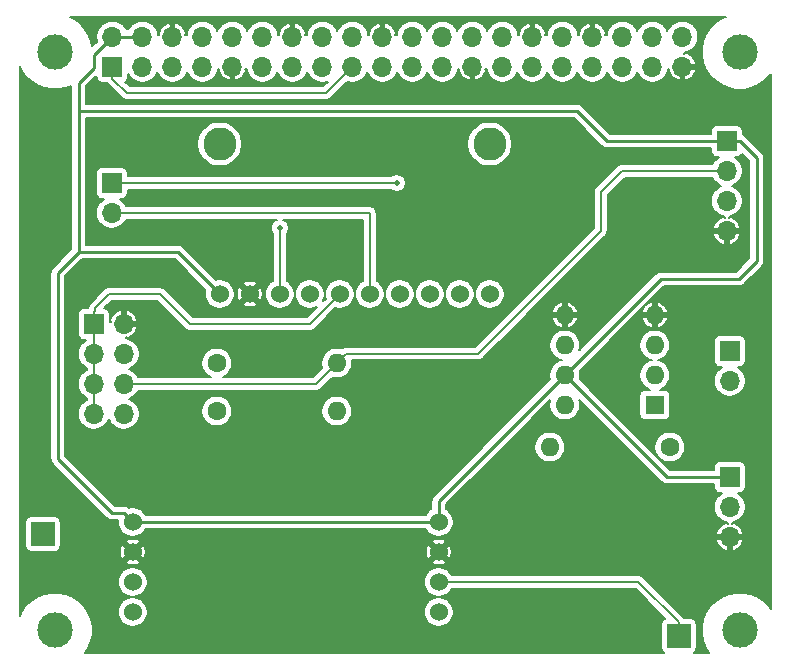
<source format=gbl>
G04 #@! TF.GenerationSoftware,KiCad,Pcbnew,5.1.5+dfsg1-2~bpo10+1*
G04 #@! TF.CreationDate,2020-04-27T23:17:52+02:00*
G04 #@! TF.ProjectId,pressure-rev1,70726573-7375-4726-952d-726576312e6b,rev?*
G04 #@! TF.SameCoordinates,Original*
G04 #@! TF.FileFunction,Copper,L2,Bot*
G04 #@! TF.FilePolarity,Positive*
%FSLAX46Y46*%
G04 Gerber Fmt 4.6, Leading zero omitted, Abs format (unit mm)*
G04 Created by KiCad (PCBNEW 5.1.5+dfsg1-2~bpo10+1) date 2020-04-27 23:17:52*
%MOMM*%
%LPD*%
G04 APERTURE LIST*
%ADD10C,1.524000*%
%ADD11C,2.794000*%
%ADD12R,1.700000X1.700000*%
%ADD13O,1.700000X1.700000*%
%ADD14C,3.000000*%
%ADD15R,2.000000X2.000000*%
%ADD16C,1.600000*%
%ADD17O,1.600000X1.600000*%
%ADD18R,1.600000X1.600000*%
%ADD19C,0.482600*%
%ADD20C,0.150000*%
%ADD21C,0.254000*%
%ADD22C,0.200000*%
G04 APERTURE END LIST*
D10*
X96012000Y-84836000D03*
X98552000Y-84836000D03*
X101092000Y-84836000D03*
X103632000Y-84836000D03*
X106172000Y-84836000D03*
X108712000Y-84836000D03*
X111252000Y-84836000D03*
X113792000Y-84836000D03*
X116332000Y-84836000D03*
X118872000Y-84836000D03*
D11*
X96012000Y-72136000D03*
X118872000Y-72136000D03*
D12*
X86920000Y-65590000D03*
D13*
X86920000Y-63050000D03*
X89460000Y-65590000D03*
X89460000Y-63050000D03*
X92000000Y-65590000D03*
X92000000Y-63050000D03*
X94540000Y-65590000D03*
X94540000Y-63050000D03*
X97080000Y-65590000D03*
X97080000Y-63050000D03*
X99620000Y-65590000D03*
X99620000Y-63050000D03*
X102160000Y-65590000D03*
X102160000Y-63050000D03*
X104700000Y-65590000D03*
X104700000Y-63050000D03*
X107240000Y-65590000D03*
X107240000Y-63050000D03*
X109780000Y-65590000D03*
X109780000Y-63050000D03*
X112320000Y-65590000D03*
X112320000Y-63050000D03*
X114860000Y-65590000D03*
X114860000Y-63050000D03*
X117400000Y-65590000D03*
X117400000Y-63050000D03*
X119940000Y-65590000D03*
X119940000Y-63050000D03*
X122480000Y-65590000D03*
X122480000Y-63050000D03*
X125020000Y-65590000D03*
X125020000Y-63050000D03*
X127560000Y-65590000D03*
X127560000Y-63050000D03*
X130100000Y-65590000D03*
X130100000Y-63050000D03*
X132640000Y-65590000D03*
X132640000Y-63050000D03*
X135180000Y-65590000D03*
X135180000Y-63050000D03*
D14*
X82040000Y-64310000D03*
X140040000Y-64330000D03*
X82040000Y-113320000D03*
X140030000Y-113310000D03*
D12*
X86868000Y-75438000D03*
D13*
X86868000Y-77978000D03*
D12*
X85344000Y-87376000D03*
D13*
X87884000Y-87376000D03*
X85344000Y-89916000D03*
X87884000Y-89916000D03*
X85344000Y-92456000D03*
X87884000Y-92456000D03*
X85344000Y-94996000D03*
X87884000Y-94996000D03*
D12*
X139192000Y-89662000D03*
D13*
X139192000Y-92202000D03*
D10*
X88646000Y-104140000D03*
X88646000Y-106680000D03*
X88646000Y-109220000D03*
X88646000Y-111760000D03*
X114554000Y-111760000D03*
X114554000Y-109220000D03*
X114554000Y-106680000D03*
X114554000Y-104140000D03*
D15*
X81026000Y-105156000D03*
X134874000Y-113792000D03*
D12*
X138938000Y-71882000D03*
D13*
X138938000Y-74422000D03*
X138938000Y-76962000D03*
X138938000Y-79502000D03*
D16*
X95758000Y-90678000D03*
D17*
X105918000Y-90678000D03*
X105918000Y-94742000D03*
D16*
X95758000Y-94742000D03*
X134112000Y-97790000D03*
D17*
X123952000Y-97790000D03*
D18*
X132842000Y-94234000D03*
D17*
X125222000Y-86614000D03*
X132842000Y-91694000D03*
X125222000Y-89154000D03*
X132842000Y-89154000D03*
X125222000Y-91694000D03*
X132842000Y-86614000D03*
X125222000Y-94234000D03*
D12*
X139192000Y-100330000D03*
D13*
X139192000Y-102870000D03*
X139192000Y-105410000D03*
D19*
X110998000Y-75438000D03*
X101092000Y-79248000D03*
D20*
X110998000Y-75438000D02*
X86868000Y-75438000D01*
X108712000Y-84836000D02*
X108712000Y-83758370D01*
X108712000Y-83758370D02*
X108712000Y-77978000D01*
X86868000Y-77978000D02*
X108712000Y-77978000D01*
X85344000Y-87376000D02*
X85344000Y-89916000D01*
X85344000Y-91118081D02*
X85344000Y-92456000D01*
X85344000Y-89916000D02*
X85344000Y-91118081D01*
X85344000Y-94996000D02*
X85344000Y-92456000D01*
X85344000Y-87376000D02*
X85344000Y-86376000D01*
X85469001Y-86250999D02*
X85469001Y-85980999D01*
X85344000Y-86376000D02*
X85469001Y-86250999D01*
X85469001Y-85980999D02*
X86614000Y-84836000D01*
X86614000Y-84836000D02*
X90932000Y-84836000D01*
X90932000Y-84836000D02*
X93472000Y-87376000D01*
X103632000Y-87376000D02*
X106172000Y-84836000D01*
X93472000Y-87376000D02*
X103632000Y-87376000D01*
D21*
X88257919Y-63050000D02*
X86920000Y-63050000D01*
X89460000Y-63050000D02*
X88257919Y-63050000D01*
X87884001Y-103378001D02*
X86868001Y-103378001D01*
X88646000Y-104140000D02*
X87884001Y-103378001D01*
X86868001Y-103378001D02*
X82296000Y-98806000D01*
X82296000Y-83058000D02*
X84074000Y-81280000D01*
X82296000Y-98806000D02*
X82296000Y-83058000D01*
X92456000Y-81280000D02*
X96012000Y-84836000D01*
X84074000Y-81280000D02*
X92456000Y-81280000D01*
X85344000Y-64626000D02*
X86070001Y-63899999D01*
X85344000Y-65705002D02*
X85344000Y-64626000D01*
X86070001Y-63899999D02*
X86920000Y-63050000D01*
X84074000Y-67818000D02*
X84074000Y-66975002D01*
X84074000Y-66975002D02*
X85344000Y-65705002D01*
X84074000Y-69088000D02*
X84074000Y-67818000D01*
X136742998Y-71882000D02*
X137938000Y-71882000D01*
X137938000Y-71882000D02*
X138938000Y-71882000D01*
X133858000Y-100330000D02*
X139192000Y-100330000D01*
X125222000Y-91694000D02*
X133858000Y-100330000D01*
X84074000Y-81280000D02*
X84074000Y-69342000D01*
X84074000Y-69342000D02*
X84074000Y-69088000D01*
X114554000Y-102362000D02*
X125222000Y-91694000D01*
X114554000Y-104140000D02*
X114554000Y-102362000D01*
X88646000Y-104140000D02*
X114554000Y-104140000D01*
X141478000Y-82042000D02*
X141478000Y-73318000D01*
X140042000Y-71882000D02*
X138938000Y-71882000D01*
X141478000Y-73318000D02*
X140042000Y-71882000D01*
X139954000Y-83566000D02*
X141478000Y-82042000D01*
X133350000Y-83566000D02*
X139954000Y-83566000D01*
X125222000Y-91694000D02*
X133350000Y-83566000D01*
X104312500Y-69342000D02*
X84074000Y-69342000D01*
X126238000Y-69342000D02*
X104312500Y-69342000D01*
X138938000Y-71882000D02*
X128778000Y-71882000D01*
X128778000Y-71882000D02*
X126238000Y-69342000D01*
D20*
X104140000Y-92456000D02*
X105918000Y-90678000D01*
X87884000Y-92456000D02*
X104140000Y-92456000D01*
X106717999Y-89878001D02*
X117893999Y-89878001D01*
X105918000Y-90678000D02*
X106717999Y-89878001D01*
X117893999Y-89878001D02*
X128270000Y-79502000D01*
X130048000Y-74422000D02*
X128270000Y-76200000D01*
X138938000Y-74422000D02*
X130048000Y-74422000D01*
X128270000Y-79502000D02*
X128270000Y-76200000D01*
X101092000Y-84836000D02*
X101092000Y-79248000D01*
X107240000Y-65590000D02*
X105012000Y-67818000D01*
X86920000Y-66590000D02*
X86920000Y-65590000D01*
X88148000Y-67818000D02*
X86920000Y-66590000D01*
X105012000Y-67818000D02*
X88148000Y-67818000D01*
X134874000Y-112642000D02*
X134874000Y-113792000D01*
X131452000Y-109220000D02*
X134874000Y-112642000D01*
X114554000Y-109220000D02*
X131452000Y-109220000D01*
D22*
G36*
X138524232Y-61494197D02*
G01*
X138000119Y-61844398D01*
X137554398Y-62290119D01*
X137204197Y-62814232D01*
X136962975Y-63396595D01*
X136840000Y-64014828D01*
X136840000Y-64645172D01*
X136962975Y-65263405D01*
X137204197Y-65845768D01*
X137554398Y-66369881D01*
X138000119Y-66815602D01*
X138524232Y-67165803D01*
X139106595Y-67407025D01*
X139724828Y-67530000D01*
X140355172Y-67530000D01*
X140973405Y-67407025D01*
X141555768Y-67165803D01*
X142079881Y-66815602D01*
X142525602Y-66369881D01*
X142648000Y-66186699D01*
X142648000Y-111468267D01*
X142515602Y-111270119D01*
X142069881Y-110824398D01*
X141545768Y-110474197D01*
X140963405Y-110232975D01*
X140345172Y-110110000D01*
X139714828Y-110110000D01*
X139096595Y-110232975D01*
X138514232Y-110474197D01*
X137990119Y-110824398D01*
X137544398Y-111270119D01*
X137194197Y-111794232D01*
X136952975Y-112376595D01*
X136830000Y-112994828D01*
X136830000Y-113625172D01*
X136952975Y-114243405D01*
X137194197Y-114825768D01*
X137454942Y-115216000D01*
X136141429Y-115216000D01*
X136153129Y-115209746D01*
X136229264Y-115147264D01*
X136291746Y-115071129D01*
X136338175Y-114984267D01*
X136366765Y-114890017D01*
X136376419Y-114792000D01*
X136376419Y-112792000D01*
X136366765Y-112693983D01*
X136338175Y-112599733D01*
X136291746Y-112512871D01*
X136229264Y-112436736D01*
X136153129Y-112374254D01*
X136066267Y-112327825D01*
X135972017Y-112299235D01*
X135874000Y-112289581D01*
X135328622Y-112289581D01*
X135300559Y-112255386D01*
X135282554Y-112233446D01*
X135260613Y-112215440D01*
X131878565Y-108833393D01*
X131860554Y-108811446D01*
X131772998Y-108739592D01*
X131673108Y-108686199D01*
X131564720Y-108653320D01*
X131480246Y-108645000D01*
X131480243Y-108645000D01*
X131452000Y-108642218D01*
X131423757Y-108645000D01*
X115681806Y-108645000D01*
X115672370Y-108622219D01*
X115534259Y-108415522D01*
X115358478Y-108239741D01*
X115151781Y-108101630D01*
X114922112Y-108006498D01*
X114678296Y-107958000D01*
X114429704Y-107958000D01*
X114185888Y-108006498D01*
X113956219Y-108101630D01*
X113749522Y-108239741D01*
X113573741Y-108415522D01*
X113435630Y-108622219D01*
X113340498Y-108851888D01*
X113292000Y-109095704D01*
X113292000Y-109344296D01*
X113340498Y-109588112D01*
X113435630Y-109817781D01*
X113573741Y-110024478D01*
X113749522Y-110200259D01*
X113956219Y-110338370D01*
X114185888Y-110433502D01*
X114429704Y-110482000D01*
X114678296Y-110482000D01*
X114922112Y-110433502D01*
X115151781Y-110338370D01*
X115358478Y-110200259D01*
X115534259Y-110024478D01*
X115672370Y-109817781D01*
X115681806Y-109795000D01*
X131213828Y-109795000D01*
X133731543Y-112312716D01*
X133681733Y-112327825D01*
X133594871Y-112374254D01*
X133518736Y-112436736D01*
X133456254Y-112512871D01*
X133409825Y-112599733D01*
X133381235Y-112693983D01*
X133371581Y-112792000D01*
X133371581Y-114792000D01*
X133381235Y-114890017D01*
X133409825Y-114984267D01*
X133456254Y-115071129D01*
X133518736Y-115147264D01*
X133594871Y-115209746D01*
X133606571Y-115216000D01*
X84621740Y-115216000D01*
X84875803Y-114835768D01*
X85117025Y-114253405D01*
X85240000Y-113635172D01*
X85240000Y-113004828D01*
X85117025Y-112386595D01*
X84875803Y-111804232D01*
X84763197Y-111635704D01*
X87384000Y-111635704D01*
X87384000Y-111884296D01*
X87432498Y-112128112D01*
X87527630Y-112357781D01*
X87665741Y-112564478D01*
X87841522Y-112740259D01*
X88048219Y-112878370D01*
X88277888Y-112973502D01*
X88521704Y-113022000D01*
X88770296Y-113022000D01*
X89014112Y-112973502D01*
X89243781Y-112878370D01*
X89450478Y-112740259D01*
X89626259Y-112564478D01*
X89764370Y-112357781D01*
X89859502Y-112128112D01*
X89908000Y-111884296D01*
X89908000Y-111635704D01*
X113292000Y-111635704D01*
X113292000Y-111884296D01*
X113340498Y-112128112D01*
X113435630Y-112357781D01*
X113573741Y-112564478D01*
X113749522Y-112740259D01*
X113956219Y-112878370D01*
X114185888Y-112973502D01*
X114429704Y-113022000D01*
X114678296Y-113022000D01*
X114922112Y-112973502D01*
X115151781Y-112878370D01*
X115358478Y-112740259D01*
X115534259Y-112564478D01*
X115672370Y-112357781D01*
X115767502Y-112128112D01*
X115816000Y-111884296D01*
X115816000Y-111635704D01*
X115767502Y-111391888D01*
X115672370Y-111162219D01*
X115534259Y-110955522D01*
X115358478Y-110779741D01*
X115151781Y-110641630D01*
X114922112Y-110546498D01*
X114678296Y-110498000D01*
X114429704Y-110498000D01*
X114185888Y-110546498D01*
X113956219Y-110641630D01*
X113749522Y-110779741D01*
X113573741Y-110955522D01*
X113435630Y-111162219D01*
X113340498Y-111391888D01*
X113292000Y-111635704D01*
X89908000Y-111635704D01*
X89859502Y-111391888D01*
X89764370Y-111162219D01*
X89626259Y-110955522D01*
X89450478Y-110779741D01*
X89243781Y-110641630D01*
X89014112Y-110546498D01*
X88770296Y-110498000D01*
X88521704Y-110498000D01*
X88277888Y-110546498D01*
X88048219Y-110641630D01*
X87841522Y-110779741D01*
X87665741Y-110955522D01*
X87527630Y-111162219D01*
X87432498Y-111391888D01*
X87384000Y-111635704D01*
X84763197Y-111635704D01*
X84525602Y-111280119D01*
X84079881Y-110834398D01*
X83555768Y-110484197D01*
X82973405Y-110242975D01*
X82355172Y-110120000D01*
X81724828Y-110120000D01*
X81106595Y-110242975D01*
X80524232Y-110484197D01*
X80000119Y-110834398D01*
X79554398Y-111280119D01*
X79204197Y-111804232D01*
X79096356Y-112064584D01*
X79096356Y-109095704D01*
X87384000Y-109095704D01*
X87384000Y-109344296D01*
X87432498Y-109588112D01*
X87527630Y-109817781D01*
X87665741Y-110024478D01*
X87841522Y-110200259D01*
X88048219Y-110338370D01*
X88277888Y-110433502D01*
X88521704Y-110482000D01*
X88770296Y-110482000D01*
X89014112Y-110433502D01*
X89243781Y-110338370D01*
X89450478Y-110200259D01*
X89626259Y-110024478D01*
X89764370Y-109817781D01*
X89859502Y-109588112D01*
X89908000Y-109344296D01*
X89908000Y-109095704D01*
X89859502Y-108851888D01*
X89764370Y-108622219D01*
X89626259Y-108415522D01*
X89450478Y-108239741D01*
X89243781Y-108101630D01*
X89014112Y-108006498D01*
X88770296Y-107958000D01*
X88521704Y-107958000D01*
X88277888Y-108006498D01*
X88048219Y-108101630D01*
X87841522Y-108239741D01*
X87665741Y-108415522D01*
X87527630Y-108622219D01*
X87432498Y-108851888D01*
X87384000Y-109095704D01*
X79096356Y-109095704D01*
X79096356Y-107508942D01*
X88034847Y-107508942D01*
X88120077Y-107665872D01*
X88322516Y-107749532D01*
X88537387Y-107792089D01*
X88756432Y-107791910D01*
X88971233Y-107749000D01*
X89171923Y-107665872D01*
X89257153Y-107508942D01*
X113942847Y-107508942D01*
X114028077Y-107665872D01*
X114230516Y-107749532D01*
X114445387Y-107792089D01*
X114664432Y-107791910D01*
X114879233Y-107749000D01*
X115079923Y-107665872D01*
X115165153Y-107508942D01*
X114554000Y-106897789D01*
X113942847Y-107508942D01*
X89257153Y-107508942D01*
X88646000Y-106897789D01*
X88034847Y-107508942D01*
X79096356Y-107508942D01*
X79096356Y-104156000D01*
X79523581Y-104156000D01*
X79523581Y-106156000D01*
X79533235Y-106254017D01*
X79561825Y-106348267D01*
X79608254Y-106435129D01*
X79670736Y-106511264D01*
X79746871Y-106573746D01*
X79833733Y-106620175D01*
X79927983Y-106648765D01*
X80026000Y-106658419D01*
X82026000Y-106658419D01*
X82124017Y-106648765D01*
X82218267Y-106620175D01*
X82305129Y-106573746D01*
X82308003Y-106571387D01*
X87533911Y-106571387D01*
X87534090Y-106790432D01*
X87577000Y-107005233D01*
X87660128Y-107205923D01*
X87817058Y-107291153D01*
X88428211Y-106680000D01*
X88863789Y-106680000D01*
X89474942Y-107291153D01*
X89631872Y-107205923D01*
X89715532Y-107003484D01*
X89758089Y-106788613D01*
X89757912Y-106571387D01*
X113441911Y-106571387D01*
X113442090Y-106790432D01*
X113485000Y-107005233D01*
X113568128Y-107205923D01*
X113725058Y-107291153D01*
X114336211Y-106680000D01*
X114771789Y-106680000D01*
X115382942Y-107291153D01*
X115539872Y-107205923D01*
X115623532Y-107003484D01*
X115666089Y-106788613D01*
X115665910Y-106569568D01*
X115623000Y-106354767D01*
X115539872Y-106154077D01*
X115382942Y-106068847D01*
X114771789Y-106680000D01*
X114336211Y-106680000D01*
X113725058Y-106068847D01*
X113568128Y-106154077D01*
X113484468Y-106356516D01*
X113441911Y-106571387D01*
X89757912Y-106571387D01*
X89757910Y-106569568D01*
X89715000Y-106354767D01*
X89631872Y-106154077D01*
X89474942Y-106068847D01*
X88863789Y-106680000D01*
X88428211Y-106680000D01*
X87817058Y-106068847D01*
X87660128Y-106154077D01*
X87576468Y-106356516D01*
X87533911Y-106571387D01*
X82308003Y-106571387D01*
X82381264Y-106511264D01*
X82443746Y-106435129D01*
X82490175Y-106348267D01*
X82518765Y-106254017D01*
X82528419Y-106156000D01*
X82528419Y-105851058D01*
X88034847Y-105851058D01*
X88646000Y-106462211D01*
X89257153Y-105851058D01*
X113942847Y-105851058D01*
X114554000Y-106462211D01*
X115165153Y-105851058D01*
X115109330Y-105748273D01*
X138040666Y-105748273D01*
X138046760Y-105768386D01*
X138138683Y-105984925D01*
X138271084Y-106179370D01*
X138438876Y-106344249D01*
X138635610Y-106473225D01*
X138853726Y-106561342D01*
X139038000Y-106512585D01*
X139038000Y-105564000D01*
X139346000Y-105564000D01*
X139346000Y-106512585D01*
X139530274Y-106561342D01*
X139748390Y-106473225D01*
X139945124Y-106344249D01*
X140112916Y-106179370D01*
X140245317Y-105984925D01*
X140337240Y-105768386D01*
X140343334Y-105748273D01*
X140293790Y-105564000D01*
X139346000Y-105564000D01*
X139038000Y-105564000D01*
X138090210Y-105564000D01*
X138040666Y-105748273D01*
X115109330Y-105748273D01*
X115079923Y-105694128D01*
X114877484Y-105610468D01*
X114662613Y-105567911D01*
X114443568Y-105568090D01*
X114228767Y-105611000D01*
X114028077Y-105694128D01*
X113942847Y-105851058D01*
X89257153Y-105851058D01*
X89171923Y-105694128D01*
X88969484Y-105610468D01*
X88754613Y-105567911D01*
X88535568Y-105568090D01*
X88320767Y-105611000D01*
X88120077Y-105694128D01*
X88034847Y-105851058D01*
X82528419Y-105851058D01*
X82528419Y-104156000D01*
X82518765Y-104057983D01*
X82490175Y-103963733D01*
X82443746Y-103876871D01*
X82381264Y-103800736D01*
X82305129Y-103738254D01*
X82218267Y-103691825D01*
X82124017Y-103663235D01*
X82026000Y-103653581D01*
X80026000Y-103653581D01*
X79927983Y-103663235D01*
X79833733Y-103691825D01*
X79746871Y-103738254D01*
X79670736Y-103800736D01*
X79608254Y-103876871D01*
X79561825Y-103963733D01*
X79533235Y-104057983D01*
X79523581Y-104156000D01*
X79096356Y-104156000D01*
X79096356Y-65565416D01*
X79204197Y-65825768D01*
X79554398Y-66349881D01*
X80000119Y-66795602D01*
X80524232Y-67145803D01*
X81106595Y-67387025D01*
X81724828Y-67510000D01*
X82355172Y-67510000D01*
X82973405Y-67387025D01*
X83447000Y-67190856D01*
X83447000Y-67848793D01*
X83447001Y-67848803D01*
X83447000Y-69057206D01*
X83447000Y-69311206D01*
X83443967Y-69342000D01*
X83447001Y-69372804D01*
X83447000Y-81020288D01*
X81874422Y-82592866D01*
X81850500Y-82612499D01*
X81772148Y-82707972D01*
X81713926Y-82816897D01*
X81678073Y-82935088D01*
X81665967Y-83058000D01*
X81669001Y-83088804D01*
X81669000Y-98775206D01*
X81665967Y-98806000D01*
X81669000Y-98836793D01*
X81678073Y-98928912D01*
X81713925Y-99047102D01*
X81772147Y-99156027D01*
X81850499Y-99251501D01*
X81874427Y-99271138D01*
X86402867Y-103799579D01*
X86422500Y-103823502D01*
X86517973Y-103901854D01*
X86626898Y-103960076D01*
X86745088Y-103995928D01*
X86868001Y-104008034D01*
X86898795Y-104005001D01*
X87386129Y-104005001D01*
X87384000Y-104015704D01*
X87384000Y-104264296D01*
X87432498Y-104508112D01*
X87527630Y-104737781D01*
X87665741Y-104944478D01*
X87841522Y-105120259D01*
X88048219Y-105258370D01*
X88277888Y-105353502D01*
X88521704Y-105402000D01*
X88770296Y-105402000D01*
X89014112Y-105353502D01*
X89243781Y-105258370D01*
X89450478Y-105120259D01*
X89626259Y-104944478D01*
X89744846Y-104767000D01*
X113455154Y-104767000D01*
X113573741Y-104944478D01*
X113749522Y-105120259D01*
X113956219Y-105258370D01*
X114185888Y-105353502D01*
X114429704Y-105402000D01*
X114678296Y-105402000D01*
X114922112Y-105353502D01*
X115151781Y-105258370D01*
X115358478Y-105120259D01*
X115534259Y-104944478D01*
X115672370Y-104737781D01*
X115767502Y-104508112D01*
X115816000Y-104264296D01*
X115816000Y-104015704D01*
X115767502Y-103771888D01*
X115672370Y-103542219D01*
X115534259Y-103335522D01*
X115358478Y-103159741D01*
X115181000Y-103041154D01*
X115181000Y-102621711D01*
X120140750Y-97661961D01*
X122652000Y-97661961D01*
X122652000Y-97918039D01*
X122701958Y-98169196D01*
X122799955Y-98405781D01*
X122942224Y-98618702D01*
X123123298Y-98799776D01*
X123336219Y-98942045D01*
X123572804Y-99040042D01*
X123823961Y-99090000D01*
X124080039Y-99090000D01*
X124331196Y-99040042D01*
X124567781Y-98942045D01*
X124780702Y-98799776D01*
X124961776Y-98618702D01*
X125104045Y-98405781D01*
X125202042Y-98169196D01*
X125252000Y-97918039D01*
X125252000Y-97661961D01*
X125202042Y-97410804D01*
X125104045Y-97174219D01*
X124961776Y-96961298D01*
X124780702Y-96780224D01*
X124567781Y-96637955D01*
X124331196Y-96539958D01*
X124080039Y-96490000D01*
X123823961Y-96490000D01*
X123572804Y-96539958D01*
X123336219Y-96637955D01*
X123123298Y-96780224D01*
X122942224Y-96961298D01*
X122799955Y-97174219D01*
X122701958Y-97410804D01*
X122652000Y-97661961D01*
X120140750Y-97661961D01*
X123988964Y-93813748D01*
X123971958Y-93854804D01*
X123922000Y-94105961D01*
X123922000Y-94362039D01*
X123971958Y-94613196D01*
X124069955Y-94849781D01*
X124212224Y-95062702D01*
X124393298Y-95243776D01*
X124606219Y-95386045D01*
X124842804Y-95484042D01*
X125093961Y-95534000D01*
X125350039Y-95534000D01*
X125601196Y-95484042D01*
X125837781Y-95386045D01*
X126050702Y-95243776D01*
X126231776Y-95062702D01*
X126374045Y-94849781D01*
X126472042Y-94613196D01*
X126522000Y-94362039D01*
X126522000Y-94105961D01*
X126472042Y-93854804D01*
X126455035Y-93813747D01*
X133392866Y-100751578D01*
X133412499Y-100775501D01*
X133507972Y-100853853D01*
X133616897Y-100912075D01*
X133735087Y-100947927D01*
X133827206Y-100957000D01*
X133827207Y-100957000D01*
X133857999Y-100960033D01*
X133888791Y-100957000D01*
X137839581Y-100957000D01*
X137839581Y-101180000D01*
X137849235Y-101278017D01*
X137877825Y-101372267D01*
X137924254Y-101459129D01*
X137986736Y-101535264D01*
X138062871Y-101597746D01*
X138149733Y-101644175D01*
X138243983Y-101672765D01*
X138342000Y-101682419D01*
X138539405Y-101682419D01*
X138331425Y-101821387D01*
X138143387Y-102009425D01*
X137995646Y-102230535D01*
X137893880Y-102476220D01*
X137842000Y-102737037D01*
X137842000Y-103002963D01*
X137893880Y-103263780D01*
X137995646Y-103509465D01*
X138143387Y-103730575D01*
X138331425Y-103918613D01*
X138552535Y-104066354D01*
X138798220Y-104168120D01*
X139037998Y-104215815D01*
X139037998Y-104307414D01*
X138853726Y-104258658D01*
X138635610Y-104346775D01*
X138438876Y-104475751D01*
X138271084Y-104640630D01*
X138138683Y-104835075D01*
X138046760Y-105051614D01*
X138040666Y-105071727D01*
X138090210Y-105256000D01*
X139038000Y-105256000D01*
X139038000Y-105236000D01*
X139346000Y-105236000D01*
X139346000Y-105256000D01*
X140293790Y-105256000D01*
X140343334Y-105071727D01*
X140337240Y-105051614D01*
X140245317Y-104835075D01*
X140112916Y-104640630D01*
X139945124Y-104475751D01*
X139748390Y-104346775D01*
X139530274Y-104258658D01*
X139346002Y-104307414D01*
X139346002Y-104215815D01*
X139585780Y-104168120D01*
X139831465Y-104066354D01*
X140052575Y-103918613D01*
X140240613Y-103730575D01*
X140388354Y-103509465D01*
X140490120Y-103263780D01*
X140542000Y-103002963D01*
X140542000Y-102737037D01*
X140490120Y-102476220D01*
X140388354Y-102230535D01*
X140240613Y-102009425D01*
X140052575Y-101821387D01*
X139844595Y-101682419D01*
X140042000Y-101682419D01*
X140140017Y-101672765D01*
X140234267Y-101644175D01*
X140321129Y-101597746D01*
X140397264Y-101535264D01*
X140459746Y-101459129D01*
X140506175Y-101372267D01*
X140534765Y-101278017D01*
X140544419Y-101180000D01*
X140544419Y-99480000D01*
X140534765Y-99381983D01*
X140506175Y-99287733D01*
X140459746Y-99200871D01*
X140397264Y-99124736D01*
X140321129Y-99062254D01*
X140234267Y-99015825D01*
X140140017Y-98987235D01*
X140042000Y-98977581D01*
X138342000Y-98977581D01*
X138243983Y-98987235D01*
X138149733Y-99015825D01*
X138062871Y-99062254D01*
X137986736Y-99124736D01*
X137924254Y-99200871D01*
X137877825Y-99287733D01*
X137849235Y-99381983D01*
X137839581Y-99480000D01*
X137839581Y-99703000D01*
X134117712Y-99703000D01*
X132076673Y-97661961D01*
X132812000Y-97661961D01*
X132812000Y-97918039D01*
X132861958Y-98169196D01*
X132959955Y-98405781D01*
X133102224Y-98618702D01*
X133283298Y-98799776D01*
X133496219Y-98942045D01*
X133732804Y-99040042D01*
X133983961Y-99090000D01*
X134240039Y-99090000D01*
X134491196Y-99040042D01*
X134727781Y-98942045D01*
X134940702Y-98799776D01*
X135121776Y-98618702D01*
X135264045Y-98405781D01*
X135362042Y-98169196D01*
X135412000Y-97918039D01*
X135412000Y-97661961D01*
X135362042Y-97410804D01*
X135264045Y-97174219D01*
X135121776Y-96961298D01*
X134940702Y-96780224D01*
X134727781Y-96637955D01*
X134491196Y-96539958D01*
X134240039Y-96490000D01*
X133983961Y-96490000D01*
X133732804Y-96539958D01*
X133496219Y-96637955D01*
X133283298Y-96780224D01*
X133102224Y-96961298D01*
X132959955Y-97174219D01*
X132861958Y-97410804D01*
X132812000Y-97661961D01*
X132076673Y-97661961D01*
X127848712Y-93434000D01*
X131539581Y-93434000D01*
X131539581Y-95034000D01*
X131549235Y-95132017D01*
X131577825Y-95226267D01*
X131624254Y-95313129D01*
X131686736Y-95389264D01*
X131762871Y-95451746D01*
X131849733Y-95498175D01*
X131943983Y-95526765D01*
X132042000Y-95536419D01*
X133642000Y-95536419D01*
X133740017Y-95526765D01*
X133834267Y-95498175D01*
X133921129Y-95451746D01*
X133997264Y-95389264D01*
X134059746Y-95313129D01*
X134106175Y-95226267D01*
X134134765Y-95132017D01*
X134144419Y-95034000D01*
X134144419Y-93434000D01*
X134134765Y-93335983D01*
X134106175Y-93241733D01*
X134059746Y-93154871D01*
X133997264Y-93078736D01*
X133921129Y-93016254D01*
X133834267Y-92969825D01*
X133740017Y-92941235D01*
X133642000Y-92931581D01*
X133251279Y-92931581D01*
X133457781Y-92846045D01*
X133670702Y-92703776D01*
X133851776Y-92522702D01*
X133994045Y-92309781D01*
X134092042Y-92073196D01*
X134142000Y-91822039D01*
X134142000Y-91565961D01*
X134092042Y-91314804D01*
X133994045Y-91078219D01*
X133851776Y-90865298D01*
X133670702Y-90684224D01*
X133457781Y-90541955D01*
X133221196Y-90443958D01*
X133120860Y-90424000D01*
X133221196Y-90404042D01*
X133457781Y-90306045D01*
X133670702Y-90163776D01*
X133851776Y-89982702D01*
X133994045Y-89769781D01*
X134092042Y-89533196D01*
X134142000Y-89282039D01*
X134142000Y-89025961D01*
X134099441Y-88812000D01*
X137839581Y-88812000D01*
X137839581Y-90512000D01*
X137849235Y-90610017D01*
X137877825Y-90704267D01*
X137924254Y-90791129D01*
X137986736Y-90867264D01*
X138062871Y-90929746D01*
X138149733Y-90976175D01*
X138243983Y-91004765D01*
X138342000Y-91014419D01*
X138539405Y-91014419D01*
X138331425Y-91153387D01*
X138143387Y-91341425D01*
X137995646Y-91562535D01*
X137893880Y-91808220D01*
X137842000Y-92069037D01*
X137842000Y-92334963D01*
X137893880Y-92595780D01*
X137995646Y-92841465D01*
X138143387Y-93062575D01*
X138331425Y-93250613D01*
X138552535Y-93398354D01*
X138798220Y-93500120D01*
X139059037Y-93552000D01*
X139324963Y-93552000D01*
X139585780Y-93500120D01*
X139831465Y-93398354D01*
X140052575Y-93250613D01*
X140240613Y-93062575D01*
X140388354Y-92841465D01*
X140490120Y-92595780D01*
X140542000Y-92334963D01*
X140542000Y-92069037D01*
X140490120Y-91808220D01*
X140388354Y-91562535D01*
X140240613Y-91341425D01*
X140052575Y-91153387D01*
X139844595Y-91014419D01*
X140042000Y-91014419D01*
X140140017Y-91004765D01*
X140234267Y-90976175D01*
X140321129Y-90929746D01*
X140397264Y-90867264D01*
X140459746Y-90791129D01*
X140506175Y-90704267D01*
X140534765Y-90610017D01*
X140544419Y-90512000D01*
X140544419Y-88812000D01*
X140534765Y-88713983D01*
X140506175Y-88619733D01*
X140459746Y-88532871D01*
X140397264Y-88456736D01*
X140321129Y-88394254D01*
X140234267Y-88347825D01*
X140140017Y-88319235D01*
X140042000Y-88309581D01*
X138342000Y-88309581D01*
X138243983Y-88319235D01*
X138149733Y-88347825D01*
X138062871Y-88394254D01*
X137986736Y-88456736D01*
X137924254Y-88532871D01*
X137877825Y-88619733D01*
X137849235Y-88713983D01*
X137839581Y-88812000D01*
X134099441Y-88812000D01*
X134092042Y-88774804D01*
X133994045Y-88538219D01*
X133851776Y-88325298D01*
X133670702Y-88144224D01*
X133457781Y-88001955D01*
X133221196Y-87903958D01*
X132970039Y-87854000D01*
X132713961Y-87854000D01*
X132462804Y-87903958D01*
X132226219Y-88001955D01*
X132013298Y-88144224D01*
X131832224Y-88325298D01*
X131689955Y-88538219D01*
X131591958Y-88774804D01*
X131542000Y-89025961D01*
X131542000Y-89282039D01*
X131591958Y-89533196D01*
X131689955Y-89769781D01*
X131832224Y-89982702D01*
X132013298Y-90163776D01*
X132226219Y-90306045D01*
X132462804Y-90404042D01*
X132563140Y-90424000D01*
X132462804Y-90443958D01*
X132226219Y-90541955D01*
X132013298Y-90684224D01*
X131832224Y-90865298D01*
X131689955Y-91078219D01*
X131591958Y-91314804D01*
X131542000Y-91565961D01*
X131542000Y-91822039D01*
X131591958Y-92073196D01*
X131689955Y-92309781D01*
X131832224Y-92522702D01*
X132013298Y-92703776D01*
X132226219Y-92846045D01*
X132432721Y-92931581D01*
X132042000Y-92931581D01*
X131943983Y-92941235D01*
X131849733Y-92969825D01*
X131762871Y-93016254D01*
X131686736Y-93078736D01*
X131624254Y-93154871D01*
X131577825Y-93241733D01*
X131549235Y-93335983D01*
X131539581Y-93434000D01*
X127848712Y-93434000D01*
X126474674Y-92059963D01*
X126522000Y-91822039D01*
X126522000Y-91565961D01*
X126474674Y-91328037D01*
X130858328Y-86944383D01*
X131740480Y-86944383D01*
X131742561Y-86951272D01*
X131829485Y-87159281D01*
X131955319Y-87346336D01*
X132115228Y-87505247D01*
X132303066Y-87629908D01*
X132511615Y-87715528D01*
X132688000Y-87666150D01*
X132688000Y-86768000D01*
X132996000Y-86768000D01*
X132996000Y-87666150D01*
X133172385Y-87715528D01*
X133380934Y-87629908D01*
X133568772Y-87505247D01*
X133728681Y-87346336D01*
X133854515Y-87159281D01*
X133941439Y-86951272D01*
X133943520Y-86944383D01*
X133893280Y-86768000D01*
X132996000Y-86768000D01*
X132688000Y-86768000D01*
X131790720Y-86768000D01*
X131740480Y-86944383D01*
X130858328Y-86944383D01*
X131519094Y-86283617D01*
X131740480Y-86283617D01*
X131790720Y-86460000D01*
X132688000Y-86460000D01*
X132688000Y-85561850D01*
X132996000Y-85561850D01*
X132996000Y-86460000D01*
X133893280Y-86460000D01*
X133943520Y-86283617D01*
X133941439Y-86276728D01*
X133854515Y-86068719D01*
X133728681Y-85881664D01*
X133568772Y-85722753D01*
X133380934Y-85598092D01*
X133172385Y-85512472D01*
X132996000Y-85561850D01*
X132688000Y-85561850D01*
X132511615Y-85512472D01*
X132303066Y-85598092D01*
X132115228Y-85722753D01*
X131955319Y-85881664D01*
X131829485Y-86068719D01*
X131742561Y-86276728D01*
X131740480Y-86283617D01*
X131519094Y-86283617D01*
X133609712Y-84193000D01*
X139923206Y-84193000D01*
X139954000Y-84196033D01*
X139984794Y-84193000D01*
X140076913Y-84183927D01*
X140195103Y-84148075D01*
X140304028Y-84089853D01*
X140399501Y-84011501D01*
X140419138Y-83987573D01*
X141899579Y-82507133D01*
X141923501Y-82487501D01*
X142001853Y-82392028D01*
X142060075Y-82283103D01*
X142095927Y-82164913D01*
X142105000Y-82072794D01*
X142105000Y-82072793D01*
X142108033Y-82042001D01*
X142105000Y-82011209D01*
X142105000Y-73348794D01*
X142108033Y-73318000D01*
X142095927Y-73195087D01*
X142074327Y-73123880D01*
X142060075Y-73076897D01*
X142001853Y-72967972D01*
X141923501Y-72872499D01*
X141899578Y-72852866D01*
X140507138Y-71460427D01*
X140487501Y-71436499D01*
X140392028Y-71358147D01*
X140290419Y-71303836D01*
X140290419Y-71032000D01*
X140280765Y-70933983D01*
X140252175Y-70839733D01*
X140205746Y-70752871D01*
X140143264Y-70676736D01*
X140067129Y-70614254D01*
X139980267Y-70567825D01*
X139886017Y-70539235D01*
X139788000Y-70529581D01*
X138088000Y-70529581D01*
X137989983Y-70539235D01*
X137895733Y-70567825D01*
X137808871Y-70614254D01*
X137732736Y-70676736D01*
X137670254Y-70752871D01*
X137623825Y-70839733D01*
X137595235Y-70933983D01*
X137585581Y-71032000D01*
X137585581Y-71255000D01*
X129037712Y-71255000D01*
X126703138Y-68920427D01*
X126683501Y-68896499D01*
X126588028Y-68818147D01*
X126479103Y-68759925D01*
X126360913Y-68724073D01*
X126268794Y-68715000D01*
X126238000Y-68711967D01*
X126207206Y-68715000D01*
X84701000Y-68715000D01*
X84701000Y-67234713D01*
X85567581Y-66368133D01*
X85567581Y-66440000D01*
X85577235Y-66538017D01*
X85605825Y-66632267D01*
X85652254Y-66719129D01*
X85714736Y-66795264D01*
X85790871Y-66857746D01*
X85877733Y-66904175D01*
X85971983Y-66932765D01*
X86070000Y-66942419D01*
X86465379Y-66942419D01*
X86511446Y-66998554D01*
X86533393Y-67016565D01*
X87721439Y-68204612D01*
X87739446Y-68226554D01*
X87761386Y-68244559D01*
X87827001Y-68298408D01*
X87908281Y-68341853D01*
X87926892Y-68351801D01*
X88035280Y-68384680D01*
X88119754Y-68393000D01*
X88119756Y-68393000D01*
X88147999Y-68395782D01*
X88176242Y-68393000D01*
X104983757Y-68393000D01*
X105012000Y-68395782D01*
X105040243Y-68393000D01*
X105040246Y-68393000D01*
X105124720Y-68384680D01*
X105233108Y-68351801D01*
X105332998Y-68298408D01*
X105420554Y-68226554D01*
X105438565Y-68204607D01*
X106781755Y-66861418D01*
X106846220Y-66888120D01*
X107107037Y-66940000D01*
X107372963Y-66940000D01*
X107633780Y-66888120D01*
X107879465Y-66786354D01*
X108100575Y-66638613D01*
X108288613Y-66450575D01*
X108436354Y-66229465D01*
X108510000Y-66051668D01*
X108583646Y-66229465D01*
X108731387Y-66450575D01*
X108919425Y-66638613D01*
X109140535Y-66786354D01*
X109386220Y-66888120D01*
X109647037Y-66940000D01*
X109912963Y-66940000D01*
X110173780Y-66888120D01*
X110419465Y-66786354D01*
X110640575Y-66638613D01*
X110828613Y-66450575D01*
X110976354Y-66229465D01*
X111050000Y-66051668D01*
X111123646Y-66229465D01*
X111271387Y-66450575D01*
X111459425Y-66638613D01*
X111680535Y-66786354D01*
X111926220Y-66888120D01*
X112187037Y-66940000D01*
X112452963Y-66940000D01*
X112713780Y-66888120D01*
X112959465Y-66786354D01*
X113180575Y-66638613D01*
X113368613Y-66450575D01*
X113516354Y-66229465D01*
X113590000Y-66051668D01*
X113663646Y-66229465D01*
X113811387Y-66450575D01*
X113999425Y-66638613D01*
X114220535Y-66786354D01*
X114466220Y-66888120D01*
X114727037Y-66940000D01*
X114992963Y-66940000D01*
X115253780Y-66888120D01*
X115499465Y-66786354D01*
X115720575Y-66638613D01*
X115908613Y-66450575D01*
X116056354Y-66229465D01*
X116158120Y-65983780D01*
X116205815Y-65744002D01*
X116297414Y-65744002D01*
X116248658Y-65928274D01*
X116336775Y-66146390D01*
X116465751Y-66343124D01*
X116630630Y-66510916D01*
X116825075Y-66643317D01*
X117041614Y-66735240D01*
X117061727Y-66741334D01*
X117246000Y-66691790D01*
X117246000Y-65744000D01*
X117226000Y-65744000D01*
X117226000Y-65436000D01*
X117246000Y-65436000D01*
X117246000Y-65416000D01*
X117554000Y-65416000D01*
X117554000Y-65436000D01*
X117574000Y-65436000D01*
X117574000Y-65744000D01*
X117554000Y-65744000D01*
X117554000Y-66691790D01*
X117738273Y-66741334D01*
X117758386Y-66735240D01*
X117974925Y-66643317D01*
X118169370Y-66510916D01*
X118334249Y-66343124D01*
X118463225Y-66146390D01*
X118551342Y-65928274D01*
X118502586Y-65744002D01*
X118594185Y-65744002D01*
X118641880Y-65983780D01*
X118743646Y-66229465D01*
X118891387Y-66450575D01*
X119079425Y-66638613D01*
X119300535Y-66786354D01*
X119546220Y-66888120D01*
X119807037Y-66940000D01*
X120072963Y-66940000D01*
X120333780Y-66888120D01*
X120579465Y-66786354D01*
X120800575Y-66638613D01*
X120988613Y-66450575D01*
X121136354Y-66229465D01*
X121210000Y-66051668D01*
X121283646Y-66229465D01*
X121431387Y-66450575D01*
X121619425Y-66638613D01*
X121840535Y-66786354D01*
X122086220Y-66888120D01*
X122347037Y-66940000D01*
X122612963Y-66940000D01*
X122873780Y-66888120D01*
X123119465Y-66786354D01*
X123340575Y-66638613D01*
X123528613Y-66450575D01*
X123676354Y-66229465D01*
X123750000Y-66051668D01*
X123823646Y-66229465D01*
X123971387Y-66450575D01*
X124159425Y-66638613D01*
X124380535Y-66786354D01*
X124626220Y-66888120D01*
X124887037Y-66940000D01*
X125152963Y-66940000D01*
X125413780Y-66888120D01*
X125659465Y-66786354D01*
X125880575Y-66638613D01*
X126068613Y-66450575D01*
X126216354Y-66229465D01*
X126290000Y-66051668D01*
X126363646Y-66229465D01*
X126511387Y-66450575D01*
X126699425Y-66638613D01*
X126920535Y-66786354D01*
X127166220Y-66888120D01*
X127427037Y-66940000D01*
X127692963Y-66940000D01*
X127953780Y-66888120D01*
X128199465Y-66786354D01*
X128420575Y-66638613D01*
X128608613Y-66450575D01*
X128756354Y-66229465D01*
X128830000Y-66051668D01*
X128903646Y-66229465D01*
X129051387Y-66450575D01*
X129239425Y-66638613D01*
X129460535Y-66786354D01*
X129706220Y-66888120D01*
X129967037Y-66940000D01*
X130232963Y-66940000D01*
X130493780Y-66888120D01*
X130739465Y-66786354D01*
X130960575Y-66638613D01*
X131148613Y-66450575D01*
X131296354Y-66229465D01*
X131370000Y-66051668D01*
X131443646Y-66229465D01*
X131591387Y-66450575D01*
X131779425Y-66638613D01*
X132000535Y-66786354D01*
X132246220Y-66888120D01*
X132507037Y-66940000D01*
X132772963Y-66940000D01*
X133033780Y-66888120D01*
X133279465Y-66786354D01*
X133500575Y-66638613D01*
X133688613Y-66450575D01*
X133836354Y-66229465D01*
X133938120Y-65983780D01*
X133985815Y-65744002D01*
X134077414Y-65744002D01*
X134028658Y-65928274D01*
X134116775Y-66146390D01*
X134245751Y-66343124D01*
X134410630Y-66510916D01*
X134605075Y-66643317D01*
X134821614Y-66735240D01*
X134841727Y-66741334D01*
X135026000Y-66691790D01*
X135026000Y-65744000D01*
X135334000Y-65744000D01*
X135334000Y-66691790D01*
X135518273Y-66741334D01*
X135538386Y-66735240D01*
X135754925Y-66643317D01*
X135949370Y-66510916D01*
X136114249Y-66343124D01*
X136243225Y-66146390D01*
X136331342Y-65928274D01*
X136282585Y-65744000D01*
X135334000Y-65744000D01*
X135026000Y-65744000D01*
X135006000Y-65744000D01*
X135006000Y-65436000D01*
X135026000Y-65436000D01*
X135026000Y-65416000D01*
X135334000Y-65416000D01*
X135334000Y-65436000D01*
X136282585Y-65436000D01*
X136331342Y-65251726D01*
X136243225Y-65033610D01*
X136114249Y-64836876D01*
X135949370Y-64669084D01*
X135754925Y-64536683D01*
X135538386Y-64444760D01*
X135518273Y-64438666D01*
X135334002Y-64488209D01*
X135334002Y-64395815D01*
X135573780Y-64348120D01*
X135819465Y-64246354D01*
X136040575Y-64098613D01*
X136228613Y-63910575D01*
X136376354Y-63689465D01*
X136478120Y-63443780D01*
X136530000Y-63182963D01*
X136530000Y-62917037D01*
X136478120Y-62656220D01*
X136376354Y-62410535D01*
X136228613Y-62189425D01*
X136040575Y-62001387D01*
X135819465Y-61853646D01*
X135573780Y-61751880D01*
X135312963Y-61700000D01*
X135047037Y-61700000D01*
X134786220Y-61751880D01*
X134540535Y-61853646D01*
X134319425Y-62001387D01*
X134131387Y-62189425D01*
X133983646Y-62410535D01*
X133910000Y-62588332D01*
X133836354Y-62410535D01*
X133688613Y-62189425D01*
X133500575Y-62001387D01*
X133279465Y-61853646D01*
X133033780Y-61751880D01*
X132772963Y-61700000D01*
X132507037Y-61700000D01*
X132246220Y-61751880D01*
X132000535Y-61853646D01*
X131779425Y-62001387D01*
X131591387Y-62189425D01*
X131443646Y-62410535D01*
X131370000Y-62588332D01*
X131296354Y-62410535D01*
X131148613Y-62189425D01*
X130960575Y-62001387D01*
X130739465Y-61853646D01*
X130493780Y-61751880D01*
X130232963Y-61700000D01*
X129967037Y-61700000D01*
X129706220Y-61751880D01*
X129460535Y-61853646D01*
X129239425Y-62001387D01*
X129051387Y-62189425D01*
X128903646Y-62410535D01*
X128801880Y-62656220D01*
X128754185Y-62895998D01*
X128662586Y-62895998D01*
X128711342Y-62711726D01*
X128623225Y-62493610D01*
X128494249Y-62296876D01*
X128329370Y-62129084D01*
X128134925Y-61996683D01*
X127918386Y-61904760D01*
X127898273Y-61898666D01*
X127714000Y-61948210D01*
X127714000Y-62896000D01*
X127734000Y-62896000D01*
X127734000Y-63204000D01*
X127714000Y-63204000D01*
X127714000Y-63224000D01*
X127406000Y-63224000D01*
X127406000Y-63204000D01*
X127386000Y-63204000D01*
X127386000Y-62896000D01*
X127406000Y-62896000D01*
X127406000Y-61948210D01*
X127221727Y-61898666D01*
X127201614Y-61904760D01*
X126985075Y-61996683D01*
X126790630Y-62129084D01*
X126625751Y-62296876D01*
X126496775Y-62493610D01*
X126408658Y-62711726D01*
X126457414Y-62895998D01*
X126365815Y-62895998D01*
X126318120Y-62656220D01*
X126216354Y-62410535D01*
X126068613Y-62189425D01*
X125880575Y-62001387D01*
X125659465Y-61853646D01*
X125413780Y-61751880D01*
X125152963Y-61700000D01*
X124887037Y-61700000D01*
X124626220Y-61751880D01*
X124380535Y-61853646D01*
X124159425Y-62001387D01*
X123971387Y-62189425D01*
X123823646Y-62410535D01*
X123721880Y-62656220D01*
X123674185Y-62895998D01*
X123582586Y-62895998D01*
X123631342Y-62711726D01*
X123543225Y-62493610D01*
X123414249Y-62296876D01*
X123249370Y-62129084D01*
X123054925Y-61996683D01*
X122838386Y-61904760D01*
X122818273Y-61898666D01*
X122634000Y-61948210D01*
X122634000Y-62896000D01*
X122654000Y-62896000D01*
X122654000Y-63204000D01*
X122634000Y-63204000D01*
X122634000Y-63224000D01*
X122326000Y-63224000D01*
X122326000Y-63204000D01*
X122306000Y-63204000D01*
X122306000Y-62896000D01*
X122326000Y-62896000D01*
X122326000Y-61948210D01*
X122141727Y-61898666D01*
X122121614Y-61904760D01*
X121905075Y-61996683D01*
X121710630Y-62129084D01*
X121545751Y-62296876D01*
X121416775Y-62493610D01*
X121328658Y-62711726D01*
X121377414Y-62895998D01*
X121285815Y-62895998D01*
X121238120Y-62656220D01*
X121136354Y-62410535D01*
X120988613Y-62189425D01*
X120800575Y-62001387D01*
X120579465Y-61853646D01*
X120333780Y-61751880D01*
X120072963Y-61700000D01*
X119807037Y-61700000D01*
X119546220Y-61751880D01*
X119300535Y-61853646D01*
X119079425Y-62001387D01*
X118891387Y-62189425D01*
X118743646Y-62410535D01*
X118670000Y-62588332D01*
X118596354Y-62410535D01*
X118448613Y-62189425D01*
X118260575Y-62001387D01*
X118039465Y-61853646D01*
X117793780Y-61751880D01*
X117532963Y-61700000D01*
X117267037Y-61700000D01*
X117006220Y-61751880D01*
X116760535Y-61853646D01*
X116539425Y-62001387D01*
X116351387Y-62189425D01*
X116203646Y-62410535D01*
X116130000Y-62588332D01*
X116056354Y-62410535D01*
X115908613Y-62189425D01*
X115720575Y-62001387D01*
X115499465Y-61853646D01*
X115253780Y-61751880D01*
X114992963Y-61700000D01*
X114727037Y-61700000D01*
X114466220Y-61751880D01*
X114220535Y-61853646D01*
X113999425Y-62001387D01*
X113811387Y-62189425D01*
X113663646Y-62410535D01*
X113590000Y-62588332D01*
X113516354Y-62410535D01*
X113368613Y-62189425D01*
X113180575Y-62001387D01*
X112959465Y-61853646D01*
X112713780Y-61751880D01*
X112452963Y-61700000D01*
X112187037Y-61700000D01*
X111926220Y-61751880D01*
X111680535Y-61853646D01*
X111459425Y-62001387D01*
X111271387Y-62189425D01*
X111123646Y-62410535D01*
X111021880Y-62656220D01*
X110974185Y-62895998D01*
X110882586Y-62895998D01*
X110931342Y-62711726D01*
X110843225Y-62493610D01*
X110714249Y-62296876D01*
X110549370Y-62129084D01*
X110354925Y-61996683D01*
X110138386Y-61904760D01*
X110118273Y-61898666D01*
X109934000Y-61948210D01*
X109934000Y-62896000D01*
X109954000Y-62896000D01*
X109954000Y-63204000D01*
X109934000Y-63204000D01*
X109934000Y-63224000D01*
X109626000Y-63224000D01*
X109626000Y-63204000D01*
X109606000Y-63204000D01*
X109606000Y-62896000D01*
X109626000Y-62896000D01*
X109626000Y-61948210D01*
X109441727Y-61898666D01*
X109421614Y-61904760D01*
X109205075Y-61996683D01*
X109010630Y-62129084D01*
X108845751Y-62296876D01*
X108716775Y-62493610D01*
X108628658Y-62711726D01*
X108677414Y-62895998D01*
X108585815Y-62895998D01*
X108538120Y-62656220D01*
X108436354Y-62410535D01*
X108288613Y-62189425D01*
X108100575Y-62001387D01*
X107879465Y-61853646D01*
X107633780Y-61751880D01*
X107372963Y-61700000D01*
X107107037Y-61700000D01*
X106846220Y-61751880D01*
X106600535Y-61853646D01*
X106379425Y-62001387D01*
X106191387Y-62189425D01*
X106043646Y-62410535D01*
X105970000Y-62588332D01*
X105896354Y-62410535D01*
X105748613Y-62189425D01*
X105560575Y-62001387D01*
X105339465Y-61853646D01*
X105093780Y-61751880D01*
X104832963Y-61700000D01*
X104567037Y-61700000D01*
X104306220Y-61751880D01*
X104060535Y-61853646D01*
X103839425Y-62001387D01*
X103651387Y-62189425D01*
X103503646Y-62410535D01*
X103401880Y-62656220D01*
X103354185Y-62895998D01*
X103262586Y-62895998D01*
X103311342Y-62711726D01*
X103223225Y-62493610D01*
X103094249Y-62296876D01*
X102929370Y-62129084D01*
X102734925Y-61996683D01*
X102518386Y-61904760D01*
X102498273Y-61898666D01*
X102314000Y-61948210D01*
X102314000Y-62896000D01*
X102334000Y-62896000D01*
X102334000Y-63204000D01*
X102314000Y-63204000D01*
X102314000Y-63224000D01*
X102006000Y-63224000D01*
X102006000Y-63204000D01*
X101986000Y-63204000D01*
X101986000Y-62896000D01*
X102006000Y-62896000D01*
X102006000Y-61948210D01*
X101821727Y-61898666D01*
X101801614Y-61904760D01*
X101585075Y-61996683D01*
X101390630Y-62129084D01*
X101225751Y-62296876D01*
X101096775Y-62493610D01*
X101008658Y-62711726D01*
X101057414Y-62895998D01*
X100965815Y-62895998D01*
X100918120Y-62656220D01*
X100816354Y-62410535D01*
X100668613Y-62189425D01*
X100480575Y-62001387D01*
X100259465Y-61853646D01*
X100013780Y-61751880D01*
X99752963Y-61700000D01*
X99487037Y-61700000D01*
X99226220Y-61751880D01*
X98980535Y-61853646D01*
X98759425Y-62001387D01*
X98571387Y-62189425D01*
X98423646Y-62410535D01*
X98350000Y-62588332D01*
X98276354Y-62410535D01*
X98128613Y-62189425D01*
X97940575Y-62001387D01*
X97719465Y-61853646D01*
X97473780Y-61751880D01*
X97212963Y-61700000D01*
X96947037Y-61700000D01*
X96686220Y-61751880D01*
X96440535Y-61853646D01*
X96219425Y-62001387D01*
X96031387Y-62189425D01*
X95883646Y-62410535D01*
X95810000Y-62588332D01*
X95736354Y-62410535D01*
X95588613Y-62189425D01*
X95400575Y-62001387D01*
X95179465Y-61853646D01*
X94933780Y-61751880D01*
X94672963Y-61700000D01*
X94407037Y-61700000D01*
X94146220Y-61751880D01*
X93900535Y-61853646D01*
X93679425Y-62001387D01*
X93491387Y-62189425D01*
X93343646Y-62410535D01*
X93241880Y-62656220D01*
X93194185Y-62895998D01*
X93102586Y-62895998D01*
X93151342Y-62711726D01*
X93063225Y-62493610D01*
X92934249Y-62296876D01*
X92769370Y-62129084D01*
X92574925Y-61996683D01*
X92358386Y-61904760D01*
X92338273Y-61898666D01*
X92154000Y-61948210D01*
X92154000Y-62896000D01*
X92174000Y-62896000D01*
X92174000Y-63204000D01*
X92154000Y-63204000D01*
X92154000Y-63224000D01*
X91846000Y-63224000D01*
X91846000Y-63204000D01*
X91826000Y-63204000D01*
X91826000Y-62896000D01*
X91846000Y-62896000D01*
X91846000Y-61948210D01*
X91661727Y-61898666D01*
X91641614Y-61904760D01*
X91425075Y-61996683D01*
X91230630Y-62129084D01*
X91065751Y-62296876D01*
X90936775Y-62493610D01*
X90848658Y-62711726D01*
X90897414Y-62895998D01*
X90805815Y-62895998D01*
X90758120Y-62656220D01*
X90656354Y-62410535D01*
X90508613Y-62189425D01*
X90320575Y-62001387D01*
X90099465Y-61853646D01*
X89853780Y-61751880D01*
X89592963Y-61700000D01*
X89327037Y-61700000D01*
X89066220Y-61751880D01*
X88820535Y-61853646D01*
X88599425Y-62001387D01*
X88411387Y-62189425D01*
X88263646Y-62410535D01*
X88258483Y-62423000D01*
X88121517Y-62423000D01*
X88116354Y-62410535D01*
X87968613Y-62189425D01*
X87780575Y-62001387D01*
X87559465Y-61853646D01*
X87313780Y-61751880D01*
X87052963Y-61700000D01*
X86787037Y-61700000D01*
X86526220Y-61751880D01*
X86280535Y-61853646D01*
X86059425Y-62001387D01*
X85871387Y-62189425D01*
X85723646Y-62410535D01*
X85621880Y-62656220D01*
X85570000Y-62917037D01*
X85570000Y-63182963D01*
X85621880Y-63443780D01*
X85627043Y-63456245D01*
X85214858Y-63868431D01*
X85117025Y-63376595D01*
X84875803Y-62794232D01*
X84525602Y-62270119D01*
X84079881Y-61824398D01*
X83555768Y-61474197D01*
X83298446Y-61367611D01*
X138829838Y-61367611D01*
X138524232Y-61494197D01*
G37*
X138524232Y-61494197D02*
X138000119Y-61844398D01*
X137554398Y-62290119D01*
X137204197Y-62814232D01*
X136962975Y-63396595D01*
X136840000Y-64014828D01*
X136840000Y-64645172D01*
X136962975Y-65263405D01*
X137204197Y-65845768D01*
X137554398Y-66369881D01*
X138000119Y-66815602D01*
X138524232Y-67165803D01*
X139106595Y-67407025D01*
X139724828Y-67530000D01*
X140355172Y-67530000D01*
X140973405Y-67407025D01*
X141555768Y-67165803D01*
X142079881Y-66815602D01*
X142525602Y-66369881D01*
X142648000Y-66186699D01*
X142648000Y-111468267D01*
X142515602Y-111270119D01*
X142069881Y-110824398D01*
X141545768Y-110474197D01*
X140963405Y-110232975D01*
X140345172Y-110110000D01*
X139714828Y-110110000D01*
X139096595Y-110232975D01*
X138514232Y-110474197D01*
X137990119Y-110824398D01*
X137544398Y-111270119D01*
X137194197Y-111794232D01*
X136952975Y-112376595D01*
X136830000Y-112994828D01*
X136830000Y-113625172D01*
X136952975Y-114243405D01*
X137194197Y-114825768D01*
X137454942Y-115216000D01*
X136141429Y-115216000D01*
X136153129Y-115209746D01*
X136229264Y-115147264D01*
X136291746Y-115071129D01*
X136338175Y-114984267D01*
X136366765Y-114890017D01*
X136376419Y-114792000D01*
X136376419Y-112792000D01*
X136366765Y-112693983D01*
X136338175Y-112599733D01*
X136291746Y-112512871D01*
X136229264Y-112436736D01*
X136153129Y-112374254D01*
X136066267Y-112327825D01*
X135972017Y-112299235D01*
X135874000Y-112289581D01*
X135328622Y-112289581D01*
X135300559Y-112255386D01*
X135282554Y-112233446D01*
X135260613Y-112215440D01*
X131878565Y-108833393D01*
X131860554Y-108811446D01*
X131772998Y-108739592D01*
X131673108Y-108686199D01*
X131564720Y-108653320D01*
X131480246Y-108645000D01*
X131480243Y-108645000D01*
X131452000Y-108642218D01*
X131423757Y-108645000D01*
X115681806Y-108645000D01*
X115672370Y-108622219D01*
X115534259Y-108415522D01*
X115358478Y-108239741D01*
X115151781Y-108101630D01*
X114922112Y-108006498D01*
X114678296Y-107958000D01*
X114429704Y-107958000D01*
X114185888Y-108006498D01*
X113956219Y-108101630D01*
X113749522Y-108239741D01*
X113573741Y-108415522D01*
X113435630Y-108622219D01*
X113340498Y-108851888D01*
X113292000Y-109095704D01*
X113292000Y-109344296D01*
X113340498Y-109588112D01*
X113435630Y-109817781D01*
X113573741Y-110024478D01*
X113749522Y-110200259D01*
X113956219Y-110338370D01*
X114185888Y-110433502D01*
X114429704Y-110482000D01*
X114678296Y-110482000D01*
X114922112Y-110433502D01*
X115151781Y-110338370D01*
X115358478Y-110200259D01*
X115534259Y-110024478D01*
X115672370Y-109817781D01*
X115681806Y-109795000D01*
X131213828Y-109795000D01*
X133731543Y-112312716D01*
X133681733Y-112327825D01*
X133594871Y-112374254D01*
X133518736Y-112436736D01*
X133456254Y-112512871D01*
X133409825Y-112599733D01*
X133381235Y-112693983D01*
X133371581Y-112792000D01*
X133371581Y-114792000D01*
X133381235Y-114890017D01*
X133409825Y-114984267D01*
X133456254Y-115071129D01*
X133518736Y-115147264D01*
X133594871Y-115209746D01*
X133606571Y-115216000D01*
X84621740Y-115216000D01*
X84875803Y-114835768D01*
X85117025Y-114253405D01*
X85240000Y-113635172D01*
X85240000Y-113004828D01*
X85117025Y-112386595D01*
X84875803Y-111804232D01*
X84763197Y-111635704D01*
X87384000Y-111635704D01*
X87384000Y-111884296D01*
X87432498Y-112128112D01*
X87527630Y-112357781D01*
X87665741Y-112564478D01*
X87841522Y-112740259D01*
X88048219Y-112878370D01*
X88277888Y-112973502D01*
X88521704Y-113022000D01*
X88770296Y-113022000D01*
X89014112Y-112973502D01*
X89243781Y-112878370D01*
X89450478Y-112740259D01*
X89626259Y-112564478D01*
X89764370Y-112357781D01*
X89859502Y-112128112D01*
X89908000Y-111884296D01*
X89908000Y-111635704D01*
X113292000Y-111635704D01*
X113292000Y-111884296D01*
X113340498Y-112128112D01*
X113435630Y-112357781D01*
X113573741Y-112564478D01*
X113749522Y-112740259D01*
X113956219Y-112878370D01*
X114185888Y-112973502D01*
X114429704Y-113022000D01*
X114678296Y-113022000D01*
X114922112Y-112973502D01*
X115151781Y-112878370D01*
X115358478Y-112740259D01*
X115534259Y-112564478D01*
X115672370Y-112357781D01*
X115767502Y-112128112D01*
X115816000Y-111884296D01*
X115816000Y-111635704D01*
X115767502Y-111391888D01*
X115672370Y-111162219D01*
X115534259Y-110955522D01*
X115358478Y-110779741D01*
X115151781Y-110641630D01*
X114922112Y-110546498D01*
X114678296Y-110498000D01*
X114429704Y-110498000D01*
X114185888Y-110546498D01*
X113956219Y-110641630D01*
X113749522Y-110779741D01*
X113573741Y-110955522D01*
X113435630Y-111162219D01*
X113340498Y-111391888D01*
X113292000Y-111635704D01*
X89908000Y-111635704D01*
X89859502Y-111391888D01*
X89764370Y-111162219D01*
X89626259Y-110955522D01*
X89450478Y-110779741D01*
X89243781Y-110641630D01*
X89014112Y-110546498D01*
X88770296Y-110498000D01*
X88521704Y-110498000D01*
X88277888Y-110546498D01*
X88048219Y-110641630D01*
X87841522Y-110779741D01*
X87665741Y-110955522D01*
X87527630Y-111162219D01*
X87432498Y-111391888D01*
X87384000Y-111635704D01*
X84763197Y-111635704D01*
X84525602Y-111280119D01*
X84079881Y-110834398D01*
X83555768Y-110484197D01*
X82973405Y-110242975D01*
X82355172Y-110120000D01*
X81724828Y-110120000D01*
X81106595Y-110242975D01*
X80524232Y-110484197D01*
X80000119Y-110834398D01*
X79554398Y-111280119D01*
X79204197Y-111804232D01*
X79096356Y-112064584D01*
X79096356Y-109095704D01*
X87384000Y-109095704D01*
X87384000Y-109344296D01*
X87432498Y-109588112D01*
X87527630Y-109817781D01*
X87665741Y-110024478D01*
X87841522Y-110200259D01*
X88048219Y-110338370D01*
X88277888Y-110433502D01*
X88521704Y-110482000D01*
X88770296Y-110482000D01*
X89014112Y-110433502D01*
X89243781Y-110338370D01*
X89450478Y-110200259D01*
X89626259Y-110024478D01*
X89764370Y-109817781D01*
X89859502Y-109588112D01*
X89908000Y-109344296D01*
X89908000Y-109095704D01*
X89859502Y-108851888D01*
X89764370Y-108622219D01*
X89626259Y-108415522D01*
X89450478Y-108239741D01*
X89243781Y-108101630D01*
X89014112Y-108006498D01*
X88770296Y-107958000D01*
X88521704Y-107958000D01*
X88277888Y-108006498D01*
X88048219Y-108101630D01*
X87841522Y-108239741D01*
X87665741Y-108415522D01*
X87527630Y-108622219D01*
X87432498Y-108851888D01*
X87384000Y-109095704D01*
X79096356Y-109095704D01*
X79096356Y-107508942D01*
X88034847Y-107508942D01*
X88120077Y-107665872D01*
X88322516Y-107749532D01*
X88537387Y-107792089D01*
X88756432Y-107791910D01*
X88971233Y-107749000D01*
X89171923Y-107665872D01*
X89257153Y-107508942D01*
X113942847Y-107508942D01*
X114028077Y-107665872D01*
X114230516Y-107749532D01*
X114445387Y-107792089D01*
X114664432Y-107791910D01*
X114879233Y-107749000D01*
X115079923Y-107665872D01*
X115165153Y-107508942D01*
X114554000Y-106897789D01*
X113942847Y-107508942D01*
X89257153Y-107508942D01*
X88646000Y-106897789D01*
X88034847Y-107508942D01*
X79096356Y-107508942D01*
X79096356Y-104156000D01*
X79523581Y-104156000D01*
X79523581Y-106156000D01*
X79533235Y-106254017D01*
X79561825Y-106348267D01*
X79608254Y-106435129D01*
X79670736Y-106511264D01*
X79746871Y-106573746D01*
X79833733Y-106620175D01*
X79927983Y-106648765D01*
X80026000Y-106658419D01*
X82026000Y-106658419D01*
X82124017Y-106648765D01*
X82218267Y-106620175D01*
X82305129Y-106573746D01*
X82308003Y-106571387D01*
X87533911Y-106571387D01*
X87534090Y-106790432D01*
X87577000Y-107005233D01*
X87660128Y-107205923D01*
X87817058Y-107291153D01*
X88428211Y-106680000D01*
X88863789Y-106680000D01*
X89474942Y-107291153D01*
X89631872Y-107205923D01*
X89715532Y-107003484D01*
X89758089Y-106788613D01*
X89757912Y-106571387D01*
X113441911Y-106571387D01*
X113442090Y-106790432D01*
X113485000Y-107005233D01*
X113568128Y-107205923D01*
X113725058Y-107291153D01*
X114336211Y-106680000D01*
X114771789Y-106680000D01*
X115382942Y-107291153D01*
X115539872Y-107205923D01*
X115623532Y-107003484D01*
X115666089Y-106788613D01*
X115665910Y-106569568D01*
X115623000Y-106354767D01*
X115539872Y-106154077D01*
X115382942Y-106068847D01*
X114771789Y-106680000D01*
X114336211Y-106680000D01*
X113725058Y-106068847D01*
X113568128Y-106154077D01*
X113484468Y-106356516D01*
X113441911Y-106571387D01*
X89757912Y-106571387D01*
X89757910Y-106569568D01*
X89715000Y-106354767D01*
X89631872Y-106154077D01*
X89474942Y-106068847D01*
X88863789Y-106680000D01*
X88428211Y-106680000D01*
X87817058Y-106068847D01*
X87660128Y-106154077D01*
X87576468Y-106356516D01*
X87533911Y-106571387D01*
X82308003Y-106571387D01*
X82381264Y-106511264D01*
X82443746Y-106435129D01*
X82490175Y-106348267D01*
X82518765Y-106254017D01*
X82528419Y-106156000D01*
X82528419Y-105851058D01*
X88034847Y-105851058D01*
X88646000Y-106462211D01*
X89257153Y-105851058D01*
X113942847Y-105851058D01*
X114554000Y-106462211D01*
X115165153Y-105851058D01*
X115109330Y-105748273D01*
X138040666Y-105748273D01*
X138046760Y-105768386D01*
X138138683Y-105984925D01*
X138271084Y-106179370D01*
X138438876Y-106344249D01*
X138635610Y-106473225D01*
X138853726Y-106561342D01*
X139038000Y-106512585D01*
X139038000Y-105564000D01*
X139346000Y-105564000D01*
X139346000Y-106512585D01*
X139530274Y-106561342D01*
X139748390Y-106473225D01*
X139945124Y-106344249D01*
X140112916Y-106179370D01*
X140245317Y-105984925D01*
X140337240Y-105768386D01*
X140343334Y-105748273D01*
X140293790Y-105564000D01*
X139346000Y-105564000D01*
X139038000Y-105564000D01*
X138090210Y-105564000D01*
X138040666Y-105748273D01*
X115109330Y-105748273D01*
X115079923Y-105694128D01*
X114877484Y-105610468D01*
X114662613Y-105567911D01*
X114443568Y-105568090D01*
X114228767Y-105611000D01*
X114028077Y-105694128D01*
X113942847Y-105851058D01*
X89257153Y-105851058D01*
X89171923Y-105694128D01*
X88969484Y-105610468D01*
X88754613Y-105567911D01*
X88535568Y-105568090D01*
X88320767Y-105611000D01*
X88120077Y-105694128D01*
X88034847Y-105851058D01*
X82528419Y-105851058D01*
X82528419Y-104156000D01*
X82518765Y-104057983D01*
X82490175Y-103963733D01*
X82443746Y-103876871D01*
X82381264Y-103800736D01*
X82305129Y-103738254D01*
X82218267Y-103691825D01*
X82124017Y-103663235D01*
X82026000Y-103653581D01*
X80026000Y-103653581D01*
X79927983Y-103663235D01*
X79833733Y-103691825D01*
X79746871Y-103738254D01*
X79670736Y-103800736D01*
X79608254Y-103876871D01*
X79561825Y-103963733D01*
X79533235Y-104057983D01*
X79523581Y-104156000D01*
X79096356Y-104156000D01*
X79096356Y-65565416D01*
X79204197Y-65825768D01*
X79554398Y-66349881D01*
X80000119Y-66795602D01*
X80524232Y-67145803D01*
X81106595Y-67387025D01*
X81724828Y-67510000D01*
X82355172Y-67510000D01*
X82973405Y-67387025D01*
X83447000Y-67190856D01*
X83447000Y-67848793D01*
X83447001Y-67848803D01*
X83447000Y-69057206D01*
X83447000Y-69311206D01*
X83443967Y-69342000D01*
X83447001Y-69372804D01*
X83447000Y-81020288D01*
X81874422Y-82592866D01*
X81850500Y-82612499D01*
X81772148Y-82707972D01*
X81713926Y-82816897D01*
X81678073Y-82935088D01*
X81665967Y-83058000D01*
X81669001Y-83088804D01*
X81669000Y-98775206D01*
X81665967Y-98806000D01*
X81669000Y-98836793D01*
X81678073Y-98928912D01*
X81713925Y-99047102D01*
X81772147Y-99156027D01*
X81850499Y-99251501D01*
X81874427Y-99271138D01*
X86402867Y-103799579D01*
X86422500Y-103823502D01*
X86517973Y-103901854D01*
X86626898Y-103960076D01*
X86745088Y-103995928D01*
X86868001Y-104008034D01*
X86898795Y-104005001D01*
X87386129Y-104005001D01*
X87384000Y-104015704D01*
X87384000Y-104264296D01*
X87432498Y-104508112D01*
X87527630Y-104737781D01*
X87665741Y-104944478D01*
X87841522Y-105120259D01*
X88048219Y-105258370D01*
X88277888Y-105353502D01*
X88521704Y-105402000D01*
X88770296Y-105402000D01*
X89014112Y-105353502D01*
X89243781Y-105258370D01*
X89450478Y-105120259D01*
X89626259Y-104944478D01*
X89744846Y-104767000D01*
X113455154Y-104767000D01*
X113573741Y-104944478D01*
X113749522Y-105120259D01*
X113956219Y-105258370D01*
X114185888Y-105353502D01*
X114429704Y-105402000D01*
X114678296Y-105402000D01*
X114922112Y-105353502D01*
X115151781Y-105258370D01*
X115358478Y-105120259D01*
X115534259Y-104944478D01*
X115672370Y-104737781D01*
X115767502Y-104508112D01*
X115816000Y-104264296D01*
X115816000Y-104015704D01*
X115767502Y-103771888D01*
X115672370Y-103542219D01*
X115534259Y-103335522D01*
X115358478Y-103159741D01*
X115181000Y-103041154D01*
X115181000Y-102621711D01*
X120140750Y-97661961D01*
X122652000Y-97661961D01*
X122652000Y-97918039D01*
X122701958Y-98169196D01*
X122799955Y-98405781D01*
X122942224Y-98618702D01*
X123123298Y-98799776D01*
X123336219Y-98942045D01*
X123572804Y-99040042D01*
X123823961Y-99090000D01*
X124080039Y-99090000D01*
X124331196Y-99040042D01*
X124567781Y-98942045D01*
X124780702Y-98799776D01*
X124961776Y-98618702D01*
X125104045Y-98405781D01*
X125202042Y-98169196D01*
X125252000Y-97918039D01*
X125252000Y-97661961D01*
X125202042Y-97410804D01*
X125104045Y-97174219D01*
X124961776Y-96961298D01*
X124780702Y-96780224D01*
X124567781Y-96637955D01*
X124331196Y-96539958D01*
X124080039Y-96490000D01*
X123823961Y-96490000D01*
X123572804Y-96539958D01*
X123336219Y-96637955D01*
X123123298Y-96780224D01*
X122942224Y-96961298D01*
X122799955Y-97174219D01*
X122701958Y-97410804D01*
X122652000Y-97661961D01*
X120140750Y-97661961D01*
X123988964Y-93813748D01*
X123971958Y-93854804D01*
X123922000Y-94105961D01*
X123922000Y-94362039D01*
X123971958Y-94613196D01*
X124069955Y-94849781D01*
X124212224Y-95062702D01*
X124393298Y-95243776D01*
X124606219Y-95386045D01*
X124842804Y-95484042D01*
X125093961Y-95534000D01*
X125350039Y-95534000D01*
X125601196Y-95484042D01*
X125837781Y-95386045D01*
X126050702Y-95243776D01*
X126231776Y-95062702D01*
X126374045Y-94849781D01*
X126472042Y-94613196D01*
X126522000Y-94362039D01*
X126522000Y-94105961D01*
X126472042Y-93854804D01*
X126455035Y-93813747D01*
X133392866Y-100751578D01*
X133412499Y-100775501D01*
X133507972Y-100853853D01*
X133616897Y-100912075D01*
X133735087Y-100947927D01*
X133827206Y-100957000D01*
X133827207Y-100957000D01*
X133857999Y-100960033D01*
X133888791Y-100957000D01*
X137839581Y-100957000D01*
X137839581Y-101180000D01*
X137849235Y-101278017D01*
X137877825Y-101372267D01*
X137924254Y-101459129D01*
X137986736Y-101535264D01*
X138062871Y-101597746D01*
X138149733Y-101644175D01*
X138243983Y-101672765D01*
X138342000Y-101682419D01*
X138539405Y-101682419D01*
X138331425Y-101821387D01*
X138143387Y-102009425D01*
X137995646Y-102230535D01*
X137893880Y-102476220D01*
X137842000Y-102737037D01*
X137842000Y-103002963D01*
X137893880Y-103263780D01*
X137995646Y-103509465D01*
X138143387Y-103730575D01*
X138331425Y-103918613D01*
X138552535Y-104066354D01*
X138798220Y-104168120D01*
X139037998Y-104215815D01*
X139037998Y-104307414D01*
X138853726Y-104258658D01*
X138635610Y-104346775D01*
X138438876Y-104475751D01*
X138271084Y-104640630D01*
X138138683Y-104835075D01*
X138046760Y-105051614D01*
X138040666Y-105071727D01*
X138090210Y-105256000D01*
X139038000Y-105256000D01*
X139038000Y-105236000D01*
X139346000Y-105236000D01*
X139346000Y-105256000D01*
X140293790Y-105256000D01*
X140343334Y-105071727D01*
X140337240Y-105051614D01*
X140245317Y-104835075D01*
X140112916Y-104640630D01*
X139945124Y-104475751D01*
X139748390Y-104346775D01*
X139530274Y-104258658D01*
X139346002Y-104307414D01*
X139346002Y-104215815D01*
X139585780Y-104168120D01*
X139831465Y-104066354D01*
X140052575Y-103918613D01*
X140240613Y-103730575D01*
X140388354Y-103509465D01*
X140490120Y-103263780D01*
X140542000Y-103002963D01*
X140542000Y-102737037D01*
X140490120Y-102476220D01*
X140388354Y-102230535D01*
X140240613Y-102009425D01*
X140052575Y-101821387D01*
X139844595Y-101682419D01*
X140042000Y-101682419D01*
X140140017Y-101672765D01*
X140234267Y-101644175D01*
X140321129Y-101597746D01*
X140397264Y-101535264D01*
X140459746Y-101459129D01*
X140506175Y-101372267D01*
X140534765Y-101278017D01*
X140544419Y-101180000D01*
X140544419Y-99480000D01*
X140534765Y-99381983D01*
X140506175Y-99287733D01*
X140459746Y-99200871D01*
X140397264Y-99124736D01*
X140321129Y-99062254D01*
X140234267Y-99015825D01*
X140140017Y-98987235D01*
X140042000Y-98977581D01*
X138342000Y-98977581D01*
X138243983Y-98987235D01*
X138149733Y-99015825D01*
X138062871Y-99062254D01*
X137986736Y-99124736D01*
X137924254Y-99200871D01*
X137877825Y-99287733D01*
X137849235Y-99381983D01*
X137839581Y-99480000D01*
X137839581Y-99703000D01*
X134117712Y-99703000D01*
X132076673Y-97661961D01*
X132812000Y-97661961D01*
X132812000Y-97918039D01*
X132861958Y-98169196D01*
X132959955Y-98405781D01*
X133102224Y-98618702D01*
X133283298Y-98799776D01*
X133496219Y-98942045D01*
X133732804Y-99040042D01*
X133983961Y-99090000D01*
X134240039Y-99090000D01*
X134491196Y-99040042D01*
X134727781Y-98942045D01*
X134940702Y-98799776D01*
X135121776Y-98618702D01*
X135264045Y-98405781D01*
X135362042Y-98169196D01*
X135412000Y-97918039D01*
X135412000Y-97661961D01*
X135362042Y-97410804D01*
X135264045Y-97174219D01*
X135121776Y-96961298D01*
X134940702Y-96780224D01*
X134727781Y-96637955D01*
X134491196Y-96539958D01*
X134240039Y-96490000D01*
X133983961Y-96490000D01*
X133732804Y-96539958D01*
X133496219Y-96637955D01*
X133283298Y-96780224D01*
X133102224Y-96961298D01*
X132959955Y-97174219D01*
X132861958Y-97410804D01*
X132812000Y-97661961D01*
X132076673Y-97661961D01*
X127848712Y-93434000D01*
X131539581Y-93434000D01*
X131539581Y-95034000D01*
X131549235Y-95132017D01*
X131577825Y-95226267D01*
X131624254Y-95313129D01*
X131686736Y-95389264D01*
X131762871Y-95451746D01*
X131849733Y-95498175D01*
X131943983Y-95526765D01*
X132042000Y-95536419D01*
X133642000Y-95536419D01*
X133740017Y-95526765D01*
X133834267Y-95498175D01*
X133921129Y-95451746D01*
X133997264Y-95389264D01*
X134059746Y-95313129D01*
X134106175Y-95226267D01*
X134134765Y-95132017D01*
X134144419Y-95034000D01*
X134144419Y-93434000D01*
X134134765Y-93335983D01*
X134106175Y-93241733D01*
X134059746Y-93154871D01*
X133997264Y-93078736D01*
X133921129Y-93016254D01*
X133834267Y-92969825D01*
X133740017Y-92941235D01*
X133642000Y-92931581D01*
X133251279Y-92931581D01*
X133457781Y-92846045D01*
X133670702Y-92703776D01*
X133851776Y-92522702D01*
X133994045Y-92309781D01*
X134092042Y-92073196D01*
X134142000Y-91822039D01*
X134142000Y-91565961D01*
X134092042Y-91314804D01*
X133994045Y-91078219D01*
X133851776Y-90865298D01*
X133670702Y-90684224D01*
X133457781Y-90541955D01*
X133221196Y-90443958D01*
X133120860Y-90424000D01*
X133221196Y-90404042D01*
X133457781Y-90306045D01*
X133670702Y-90163776D01*
X133851776Y-89982702D01*
X133994045Y-89769781D01*
X134092042Y-89533196D01*
X134142000Y-89282039D01*
X134142000Y-89025961D01*
X134099441Y-88812000D01*
X137839581Y-88812000D01*
X137839581Y-90512000D01*
X137849235Y-90610017D01*
X137877825Y-90704267D01*
X137924254Y-90791129D01*
X137986736Y-90867264D01*
X138062871Y-90929746D01*
X138149733Y-90976175D01*
X138243983Y-91004765D01*
X138342000Y-91014419D01*
X138539405Y-91014419D01*
X138331425Y-91153387D01*
X138143387Y-91341425D01*
X137995646Y-91562535D01*
X137893880Y-91808220D01*
X137842000Y-92069037D01*
X137842000Y-92334963D01*
X137893880Y-92595780D01*
X137995646Y-92841465D01*
X138143387Y-93062575D01*
X138331425Y-93250613D01*
X138552535Y-93398354D01*
X138798220Y-93500120D01*
X139059037Y-93552000D01*
X139324963Y-93552000D01*
X139585780Y-93500120D01*
X139831465Y-93398354D01*
X140052575Y-93250613D01*
X140240613Y-93062575D01*
X140388354Y-92841465D01*
X140490120Y-92595780D01*
X140542000Y-92334963D01*
X140542000Y-92069037D01*
X140490120Y-91808220D01*
X140388354Y-91562535D01*
X140240613Y-91341425D01*
X140052575Y-91153387D01*
X139844595Y-91014419D01*
X140042000Y-91014419D01*
X140140017Y-91004765D01*
X140234267Y-90976175D01*
X140321129Y-90929746D01*
X140397264Y-90867264D01*
X140459746Y-90791129D01*
X140506175Y-90704267D01*
X140534765Y-90610017D01*
X140544419Y-90512000D01*
X140544419Y-88812000D01*
X140534765Y-88713983D01*
X140506175Y-88619733D01*
X140459746Y-88532871D01*
X140397264Y-88456736D01*
X140321129Y-88394254D01*
X140234267Y-88347825D01*
X140140017Y-88319235D01*
X140042000Y-88309581D01*
X138342000Y-88309581D01*
X138243983Y-88319235D01*
X138149733Y-88347825D01*
X138062871Y-88394254D01*
X137986736Y-88456736D01*
X137924254Y-88532871D01*
X137877825Y-88619733D01*
X137849235Y-88713983D01*
X137839581Y-88812000D01*
X134099441Y-88812000D01*
X134092042Y-88774804D01*
X133994045Y-88538219D01*
X133851776Y-88325298D01*
X133670702Y-88144224D01*
X133457781Y-88001955D01*
X133221196Y-87903958D01*
X132970039Y-87854000D01*
X132713961Y-87854000D01*
X132462804Y-87903958D01*
X132226219Y-88001955D01*
X132013298Y-88144224D01*
X131832224Y-88325298D01*
X131689955Y-88538219D01*
X131591958Y-88774804D01*
X131542000Y-89025961D01*
X131542000Y-89282039D01*
X131591958Y-89533196D01*
X131689955Y-89769781D01*
X131832224Y-89982702D01*
X132013298Y-90163776D01*
X132226219Y-90306045D01*
X132462804Y-90404042D01*
X132563140Y-90424000D01*
X132462804Y-90443958D01*
X132226219Y-90541955D01*
X132013298Y-90684224D01*
X131832224Y-90865298D01*
X131689955Y-91078219D01*
X131591958Y-91314804D01*
X131542000Y-91565961D01*
X131542000Y-91822039D01*
X131591958Y-92073196D01*
X131689955Y-92309781D01*
X131832224Y-92522702D01*
X132013298Y-92703776D01*
X132226219Y-92846045D01*
X132432721Y-92931581D01*
X132042000Y-92931581D01*
X131943983Y-92941235D01*
X131849733Y-92969825D01*
X131762871Y-93016254D01*
X131686736Y-93078736D01*
X131624254Y-93154871D01*
X131577825Y-93241733D01*
X131549235Y-93335983D01*
X131539581Y-93434000D01*
X127848712Y-93434000D01*
X126474674Y-92059963D01*
X126522000Y-91822039D01*
X126522000Y-91565961D01*
X126474674Y-91328037D01*
X130858328Y-86944383D01*
X131740480Y-86944383D01*
X131742561Y-86951272D01*
X131829485Y-87159281D01*
X131955319Y-87346336D01*
X132115228Y-87505247D01*
X132303066Y-87629908D01*
X132511615Y-87715528D01*
X132688000Y-87666150D01*
X132688000Y-86768000D01*
X132996000Y-86768000D01*
X132996000Y-87666150D01*
X133172385Y-87715528D01*
X133380934Y-87629908D01*
X133568772Y-87505247D01*
X133728681Y-87346336D01*
X133854515Y-87159281D01*
X133941439Y-86951272D01*
X133943520Y-86944383D01*
X133893280Y-86768000D01*
X132996000Y-86768000D01*
X132688000Y-86768000D01*
X131790720Y-86768000D01*
X131740480Y-86944383D01*
X130858328Y-86944383D01*
X131519094Y-86283617D01*
X131740480Y-86283617D01*
X131790720Y-86460000D01*
X132688000Y-86460000D01*
X132688000Y-85561850D01*
X132996000Y-85561850D01*
X132996000Y-86460000D01*
X133893280Y-86460000D01*
X133943520Y-86283617D01*
X133941439Y-86276728D01*
X133854515Y-86068719D01*
X133728681Y-85881664D01*
X133568772Y-85722753D01*
X133380934Y-85598092D01*
X133172385Y-85512472D01*
X132996000Y-85561850D01*
X132688000Y-85561850D01*
X132511615Y-85512472D01*
X132303066Y-85598092D01*
X132115228Y-85722753D01*
X131955319Y-85881664D01*
X131829485Y-86068719D01*
X131742561Y-86276728D01*
X131740480Y-86283617D01*
X131519094Y-86283617D01*
X133609712Y-84193000D01*
X139923206Y-84193000D01*
X139954000Y-84196033D01*
X139984794Y-84193000D01*
X140076913Y-84183927D01*
X140195103Y-84148075D01*
X140304028Y-84089853D01*
X140399501Y-84011501D01*
X140419138Y-83987573D01*
X141899579Y-82507133D01*
X141923501Y-82487501D01*
X142001853Y-82392028D01*
X142060075Y-82283103D01*
X142095927Y-82164913D01*
X142105000Y-82072794D01*
X142105000Y-82072793D01*
X142108033Y-82042001D01*
X142105000Y-82011209D01*
X142105000Y-73348794D01*
X142108033Y-73318000D01*
X142095927Y-73195087D01*
X142074327Y-73123880D01*
X142060075Y-73076897D01*
X142001853Y-72967972D01*
X141923501Y-72872499D01*
X141899578Y-72852866D01*
X140507138Y-71460427D01*
X140487501Y-71436499D01*
X140392028Y-71358147D01*
X140290419Y-71303836D01*
X140290419Y-71032000D01*
X140280765Y-70933983D01*
X140252175Y-70839733D01*
X140205746Y-70752871D01*
X140143264Y-70676736D01*
X140067129Y-70614254D01*
X139980267Y-70567825D01*
X139886017Y-70539235D01*
X139788000Y-70529581D01*
X138088000Y-70529581D01*
X137989983Y-70539235D01*
X137895733Y-70567825D01*
X137808871Y-70614254D01*
X137732736Y-70676736D01*
X137670254Y-70752871D01*
X137623825Y-70839733D01*
X137595235Y-70933983D01*
X137585581Y-71032000D01*
X137585581Y-71255000D01*
X129037712Y-71255000D01*
X126703138Y-68920427D01*
X126683501Y-68896499D01*
X126588028Y-68818147D01*
X126479103Y-68759925D01*
X126360913Y-68724073D01*
X126268794Y-68715000D01*
X126238000Y-68711967D01*
X126207206Y-68715000D01*
X84701000Y-68715000D01*
X84701000Y-67234713D01*
X85567581Y-66368133D01*
X85567581Y-66440000D01*
X85577235Y-66538017D01*
X85605825Y-66632267D01*
X85652254Y-66719129D01*
X85714736Y-66795264D01*
X85790871Y-66857746D01*
X85877733Y-66904175D01*
X85971983Y-66932765D01*
X86070000Y-66942419D01*
X86465379Y-66942419D01*
X86511446Y-66998554D01*
X86533393Y-67016565D01*
X87721439Y-68204612D01*
X87739446Y-68226554D01*
X87761386Y-68244559D01*
X87827001Y-68298408D01*
X87908281Y-68341853D01*
X87926892Y-68351801D01*
X88035280Y-68384680D01*
X88119754Y-68393000D01*
X88119756Y-68393000D01*
X88147999Y-68395782D01*
X88176242Y-68393000D01*
X104983757Y-68393000D01*
X105012000Y-68395782D01*
X105040243Y-68393000D01*
X105040246Y-68393000D01*
X105124720Y-68384680D01*
X105233108Y-68351801D01*
X105332998Y-68298408D01*
X105420554Y-68226554D01*
X105438565Y-68204607D01*
X106781755Y-66861418D01*
X106846220Y-66888120D01*
X107107037Y-66940000D01*
X107372963Y-66940000D01*
X107633780Y-66888120D01*
X107879465Y-66786354D01*
X108100575Y-66638613D01*
X108288613Y-66450575D01*
X108436354Y-66229465D01*
X108510000Y-66051668D01*
X108583646Y-66229465D01*
X108731387Y-66450575D01*
X108919425Y-66638613D01*
X109140535Y-66786354D01*
X109386220Y-66888120D01*
X109647037Y-66940000D01*
X109912963Y-66940000D01*
X110173780Y-66888120D01*
X110419465Y-66786354D01*
X110640575Y-66638613D01*
X110828613Y-66450575D01*
X110976354Y-66229465D01*
X111050000Y-66051668D01*
X111123646Y-66229465D01*
X111271387Y-66450575D01*
X111459425Y-66638613D01*
X111680535Y-66786354D01*
X111926220Y-66888120D01*
X112187037Y-66940000D01*
X112452963Y-66940000D01*
X112713780Y-66888120D01*
X112959465Y-66786354D01*
X113180575Y-66638613D01*
X113368613Y-66450575D01*
X113516354Y-66229465D01*
X113590000Y-66051668D01*
X113663646Y-66229465D01*
X113811387Y-66450575D01*
X113999425Y-66638613D01*
X114220535Y-66786354D01*
X114466220Y-66888120D01*
X114727037Y-66940000D01*
X114992963Y-66940000D01*
X115253780Y-66888120D01*
X115499465Y-66786354D01*
X115720575Y-66638613D01*
X115908613Y-66450575D01*
X116056354Y-66229465D01*
X116158120Y-65983780D01*
X116205815Y-65744002D01*
X116297414Y-65744002D01*
X116248658Y-65928274D01*
X116336775Y-66146390D01*
X116465751Y-66343124D01*
X116630630Y-66510916D01*
X116825075Y-66643317D01*
X117041614Y-66735240D01*
X117061727Y-66741334D01*
X117246000Y-66691790D01*
X117246000Y-65744000D01*
X117226000Y-65744000D01*
X117226000Y-65436000D01*
X117246000Y-65436000D01*
X117246000Y-65416000D01*
X117554000Y-65416000D01*
X117554000Y-65436000D01*
X117574000Y-65436000D01*
X117574000Y-65744000D01*
X117554000Y-65744000D01*
X117554000Y-66691790D01*
X117738273Y-66741334D01*
X117758386Y-66735240D01*
X117974925Y-66643317D01*
X118169370Y-66510916D01*
X118334249Y-66343124D01*
X118463225Y-66146390D01*
X118551342Y-65928274D01*
X118502586Y-65744002D01*
X118594185Y-65744002D01*
X118641880Y-65983780D01*
X118743646Y-66229465D01*
X118891387Y-66450575D01*
X119079425Y-66638613D01*
X119300535Y-66786354D01*
X119546220Y-66888120D01*
X119807037Y-66940000D01*
X120072963Y-66940000D01*
X120333780Y-66888120D01*
X120579465Y-66786354D01*
X120800575Y-66638613D01*
X120988613Y-66450575D01*
X121136354Y-66229465D01*
X121210000Y-66051668D01*
X121283646Y-66229465D01*
X121431387Y-66450575D01*
X121619425Y-66638613D01*
X121840535Y-66786354D01*
X122086220Y-66888120D01*
X122347037Y-66940000D01*
X122612963Y-66940000D01*
X122873780Y-66888120D01*
X123119465Y-66786354D01*
X123340575Y-66638613D01*
X123528613Y-66450575D01*
X123676354Y-66229465D01*
X123750000Y-66051668D01*
X123823646Y-66229465D01*
X123971387Y-66450575D01*
X124159425Y-66638613D01*
X124380535Y-66786354D01*
X124626220Y-66888120D01*
X124887037Y-66940000D01*
X125152963Y-66940000D01*
X125413780Y-66888120D01*
X125659465Y-66786354D01*
X125880575Y-66638613D01*
X126068613Y-66450575D01*
X126216354Y-66229465D01*
X126290000Y-66051668D01*
X126363646Y-66229465D01*
X126511387Y-66450575D01*
X126699425Y-66638613D01*
X126920535Y-66786354D01*
X127166220Y-66888120D01*
X127427037Y-66940000D01*
X127692963Y-66940000D01*
X127953780Y-66888120D01*
X128199465Y-66786354D01*
X128420575Y-66638613D01*
X128608613Y-66450575D01*
X128756354Y-66229465D01*
X128830000Y-66051668D01*
X128903646Y-66229465D01*
X129051387Y-66450575D01*
X129239425Y-66638613D01*
X129460535Y-66786354D01*
X129706220Y-66888120D01*
X129967037Y-66940000D01*
X130232963Y-66940000D01*
X130493780Y-66888120D01*
X130739465Y-66786354D01*
X130960575Y-66638613D01*
X131148613Y-66450575D01*
X131296354Y-66229465D01*
X131370000Y-66051668D01*
X131443646Y-66229465D01*
X131591387Y-66450575D01*
X131779425Y-66638613D01*
X132000535Y-66786354D01*
X132246220Y-66888120D01*
X132507037Y-66940000D01*
X132772963Y-66940000D01*
X133033780Y-66888120D01*
X133279465Y-66786354D01*
X133500575Y-66638613D01*
X133688613Y-66450575D01*
X133836354Y-66229465D01*
X133938120Y-65983780D01*
X133985815Y-65744002D01*
X134077414Y-65744002D01*
X134028658Y-65928274D01*
X134116775Y-66146390D01*
X134245751Y-66343124D01*
X134410630Y-66510916D01*
X134605075Y-66643317D01*
X134821614Y-66735240D01*
X134841727Y-66741334D01*
X135026000Y-66691790D01*
X135026000Y-65744000D01*
X135334000Y-65744000D01*
X135334000Y-66691790D01*
X135518273Y-66741334D01*
X135538386Y-66735240D01*
X135754925Y-66643317D01*
X135949370Y-66510916D01*
X136114249Y-66343124D01*
X136243225Y-66146390D01*
X136331342Y-65928274D01*
X136282585Y-65744000D01*
X135334000Y-65744000D01*
X135026000Y-65744000D01*
X135006000Y-65744000D01*
X135006000Y-65436000D01*
X135026000Y-65436000D01*
X135026000Y-65416000D01*
X135334000Y-65416000D01*
X135334000Y-65436000D01*
X136282585Y-65436000D01*
X136331342Y-65251726D01*
X136243225Y-65033610D01*
X136114249Y-64836876D01*
X135949370Y-64669084D01*
X135754925Y-64536683D01*
X135538386Y-64444760D01*
X135518273Y-64438666D01*
X135334002Y-64488209D01*
X135334002Y-64395815D01*
X135573780Y-64348120D01*
X135819465Y-64246354D01*
X136040575Y-64098613D01*
X136228613Y-63910575D01*
X136376354Y-63689465D01*
X136478120Y-63443780D01*
X136530000Y-63182963D01*
X136530000Y-62917037D01*
X136478120Y-62656220D01*
X136376354Y-62410535D01*
X136228613Y-62189425D01*
X136040575Y-62001387D01*
X135819465Y-61853646D01*
X135573780Y-61751880D01*
X135312963Y-61700000D01*
X135047037Y-61700000D01*
X134786220Y-61751880D01*
X134540535Y-61853646D01*
X134319425Y-62001387D01*
X134131387Y-62189425D01*
X133983646Y-62410535D01*
X133910000Y-62588332D01*
X133836354Y-62410535D01*
X133688613Y-62189425D01*
X133500575Y-62001387D01*
X133279465Y-61853646D01*
X133033780Y-61751880D01*
X132772963Y-61700000D01*
X132507037Y-61700000D01*
X132246220Y-61751880D01*
X132000535Y-61853646D01*
X131779425Y-62001387D01*
X131591387Y-62189425D01*
X131443646Y-62410535D01*
X131370000Y-62588332D01*
X131296354Y-62410535D01*
X131148613Y-62189425D01*
X130960575Y-62001387D01*
X130739465Y-61853646D01*
X130493780Y-61751880D01*
X130232963Y-61700000D01*
X129967037Y-61700000D01*
X129706220Y-61751880D01*
X129460535Y-61853646D01*
X129239425Y-62001387D01*
X129051387Y-62189425D01*
X128903646Y-62410535D01*
X128801880Y-62656220D01*
X128754185Y-62895998D01*
X128662586Y-62895998D01*
X128711342Y-62711726D01*
X128623225Y-62493610D01*
X128494249Y-62296876D01*
X128329370Y-62129084D01*
X128134925Y-61996683D01*
X127918386Y-61904760D01*
X127898273Y-61898666D01*
X127714000Y-61948210D01*
X127714000Y-62896000D01*
X127734000Y-62896000D01*
X127734000Y-63204000D01*
X127714000Y-63204000D01*
X127714000Y-63224000D01*
X127406000Y-63224000D01*
X127406000Y-63204000D01*
X127386000Y-63204000D01*
X127386000Y-62896000D01*
X127406000Y-62896000D01*
X127406000Y-61948210D01*
X127221727Y-61898666D01*
X127201614Y-61904760D01*
X126985075Y-61996683D01*
X126790630Y-62129084D01*
X126625751Y-62296876D01*
X126496775Y-62493610D01*
X126408658Y-62711726D01*
X126457414Y-62895998D01*
X126365815Y-62895998D01*
X126318120Y-62656220D01*
X126216354Y-62410535D01*
X126068613Y-62189425D01*
X125880575Y-62001387D01*
X125659465Y-61853646D01*
X125413780Y-61751880D01*
X125152963Y-61700000D01*
X124887037Y-61700000D01*
X124626220Y-61751880D01*
X124380535Y-61853646D01*
X124159425Y-62001387D01*
X123971387Y-62189425D01*
X123823646Y-62410535D01*
X123721880Y-62656220D01*
X123674185Y-62895998D01*
X123582586Y-62895998D01*
X123631342Y-62711726D01*
X123543225Y-62493610D01*
X123414249Y-62296876D01*
X123249370Y-62129084D01*
X123054925Y-61996683D01*
X122838386Y-61904760D01*
X122818273Y-61898666D01*
X122634000Y-61948210D01*
X122634000Y-62896000D01*
X122654000Y-62896000D01*
X122654000Y-63204000D01*
X122634000Y-63204000D01*
X122634000Y-63224000D01*
X122326000Y-63224000D01*
X122326000Y-63204000D01*
X122306000Y-63204000D01*
X122306000Y-62896000D01*
X122326000Y-62896000D01*
X122326000Y-61948210D01*
X122141727Y-61898666D01*
X122121614Y-61904760D01*
X121905075Y-61996683D01*
X121710630Y-62129084D01*
X121545751Y-62296876D01*
X121416775Y-62493610D01*
X121328658Y-62711726D01*
X121377414Y-62895998D01*
X121285815Y-62895998D01*
X121238120Y-62656220D01*
X121136354Y-62410535D01*
X120988613Y-62189425D01*
X120800575Y-62001387D01*
X120579465Y-61853646D01*
X120333780Y-61751880D01*
X120072963Y-61700000D01*
X119807037Y-61700000D01*
X119546220Y-61751880D01*
X119300535Y-61853646D01*
X119079425Y-62001387D01*
X118891387Y-62189425D01*
X118743646Y-62410535D01*
X118670000Y-62588332D01*
X118596354Y-62410535D01*
X118448613Y-62189425D01*
X118260575Y-62001387D01*
X118039465Y-61853646D01*
X117793780Y-61751880D01*
X117532963Y-61700000D01*
X117267037Y-61700000D01*
X117006220Y-61751880D01*
X116760535Y-61853646D01*
X116539425Y-62001387D01*
X116351387Y-62189425D01*
X116203646Y-62410535D01*
X116130000Y-62588332D01*
X116056354Y-62410535D01*
X115908613Y-62189425D01*
X115720575Y-62001387D01*
X115499465Y-61853646D01*
X115253780Y-61751880D01*
X114992963Y-61700000D01*
X114727037Y-61700000D01*
X114466220Y-61751880D01*
X114220535Y-61853646D01*
X113999425Y-62001387D01*
X113811387Y-62189425D01*
X113663646Y-62410535D01*
X113590000Y-62588332D01*
X113516354Y-62410535D01*
X113368613Y-62189425D01*
X113180575Y-62001387D01*
X112959465Y-61853646D01*
X112713780Y-61751880D01*
X112452963Y-61700000D01*
X112187037Y-61700000D01*
X111926220Y-61751880D01*
X111680535Y-61853646D01*
X111459425Y-62001387D01*
X111271387Y-62189425D01*
X111123646Y-62410535D01*
X111021880Y-62656220D01*
X110974185Y-62895998D01*
X110882586Y-62895998D01*
X110931342Y-62711726D01*
X110843225Y-62493610D01*
X110714249Y-62296876D01*
X110549370Y-62129084D01*
X110354925Y-61996683D01*
X110138386Y-61904760D01*
X110118273Y-61898666D01*
X109934000Y-61948210D01*
X109934000Y-62896000D01*
X109954000Y-62896000D01*
X109954000Y-63204000D01*
X109934000Y-63204000D01*
X109934000Y-63224000D01*
X109626000Y-63224000D01*
X109626000Y-63204000D01*
X109606000Y-63204000D01*
X109606000Y-62896000D01*
X109626000Y-62896000D01*
X109626000Y-61948210D01*
X109441727Y-61898666D01*
X109421614Y-61904760D01*
X109205075Y-61996683D01*
X109010630Y-62129084D01*
X108845751Y-62296876D01*
X108716775Y-62493610D01*
X108628658Y-62711726D01*
X108677414Y-62895998D01*
X108585815Y-62895998D01*
X108538120Y-62656220D01*
X108436354Y-62410535D01*
X108288613Y-62189425D01*
X108100575Y-62001387D01*
X107879465Y-61853646D01*
X107633780Y-61751880D01*
X107372963Y-61700000D01*
X107107037Y-61700000D01*
X106846220Y-61751880D01*
X106600535Y-61853646D01*
X106379425Y-62001387D01*
X106191387Y-62189425D01*
X106043646Y-62410535D01*
X105970000Y-62588332D01*
X105896354Y-62410535D01*
X105748613Y-62189425D01*
X105560575Y-62001387D01*
X105339465Y-61853646D01*
X105093780Y-61751880D01*
X104832963Y-61700000D01*
X104567037Y-61700000D01*
X104306220Y-61751880D01*
X104060535Y-61853646D01*
X103839425Y-62001387D01*
X103651387Y-62189425D01*
X103503646Y-62410535D01*
X103401880Y-62656220D01*
X103354185Y-62895998D01*
X103262586Y-62895998D01*
X103311342Y-62711726D01*
X103223225Y-62493610D01*
X103094249Y-62296876D01*
X102929370Y-62129084D01*
X102734925Y-61996683D01*
X102518386Y-61904760D01*
X102498273Y-61898666D01*
X102314000Y-61948210D01*
X102314000Y-62896000D01*
X102334000Y-62896000D01*
X102334000Y-63204000D01*
X102314000Y-63204000D01*
X102314000Y-63224000D01*
X102006000Y-63224000D01*
X102006000Y-63204000D01*
X101986000Y-63204000D01*
X101986000Y-62896000D01*
X102006000Y-62896000D01*
X102006000Y-61948210D01*
X101821727Y-61898666D01*
X101801614Y-61904760D01*
X101585075Y-61996683D01*
X101390630Y-62129084D01*
X101225751Y-62296876D01*
X101096775Y-62493610D01*
X101008658Y-62711726D01*
X101057414Y-62895998D01*
X100965815Y-62895998D01*
X100918120Y-62656220D01*
X100816354Y-62410535D01*
X100668613Y-62189425D01*
X100480575Y-62001387D01*
X100259465Y-61853646D01*
X100013780Y-61751880D01*
X99752963Y-61700000D01*
X99487037Y-61700000D01*
X99226220Y-61751880D01*
X98980535Y-61853646D01*
X98759425Y-62001387D01*
X98571387Y-62189425D01*
X98423646Y-62410535D01*
X98350000Y-62588332D01*
X98276354Y-62410535D01*
X98128613Y-62189425D01*
X97940575Y-62001387D01*
X97719465Y-61853646D01*
X97473780Y-61751880D01*
X97212963Y-61700000D01*
X96947037Y-61700000D01*
X96686220Y-61751880D01*
X96440535Y-61853646D01*
X96219425Y-62001387D01*
X96031387Y-62189425D01*
X95883646Y-62410535D01*
X95810000Y-62588332D01*
X95736354Y-62410535D01*
X95588613Y-62189425D01*
X95400575Y-62001387D01*
X95179465Y-61853646D01*
X94933780Y-61751880D01*
X94672963Y-61700000D01*
X94407037Y-61700000D01*
X94146220Y-61751880D01*
X93900535Y-61853646D01*
X93679425Y-62001387D01*
X93491387Y-62189425D01*
X93343646Y-62410535D01*
X93241880Y-62656220D01*
X93194185Y-62895998D01*
X93102586Y-62895998D01*
X93151342Y-62711726D01*
X93063225Y-62493610D01*
X92934249Y-62296876D01*
X92769370Y-62129084D01*
X92574925Y-61996683D01*
X92358386Y-61904760D01*
X92338273Y-61898666D01*
X92154000Y-61948210D01*
X92154000Y-62896000D01*
X92174000Y-62896000D01*
X92174000Y-63204000D01*
X92154000Y-63204000D01*
X92154000Y-63224000D01*
X91846000Y-63224000D01*
X91846000Y-63204000D01*
X91826000Y-63204000D01*
X91826000Y-62896000D01*
X91846000Y-62896000D01*
X91846000Y-61948210D01*
X91661727Y-61898666D01*
X91641614Y-61904760D01*
X91425075Y-61996683D01*
X91230630Y-62129084D01*
X91065751Y-62296876D01*
X90936775Y-62493610D01*
X90848658Y-62711726D01*
X90897414Y-62895998D01*
X90805815Y-62895998D01*
X90758120Y-62656220D01*
X90656354Y-62410535D01*
X90508613Y-62189425D01*
X90320575Y-62001387D01*
X90099465Y-61853646D01*
X89853780Y-61751880D01*
X89592963Y-61700000D01*
X89327037Y-61700000D01*
X89066220Y-61751880D01*
X88820535Y-61853646D01*
X88599425Y-62001387D01*
X88411387Y-62189425D01*
X88263646Y-62410535D01*
X88258483Y-62423000D01*
X88121517Y-62423000D01*
X88116354Y-62410535D01*
X87968613Y-62189425D01*
X87780575Y-62001387D01*
X87559465Y-61853646D01*
X87313780Y-61751880D01*
X87052963Y-61700000D01*
X86787037Y-61700000D01*
X86526220Y-61751880D01*
X86280535Y-61853646D01*
X86059425Y-62001387D01*
X85871387Y-62189425D01*
X85723646Y-62410535D01*
X85621880Y-62656220D01*
X85570000Y-62917037D01*
X85570000Y-63182963D01*
X85621880Y-63443780D01*
X85627043Y-63456245D01*
X85214858Y-63868431D01*
X85117025Y-63376595D01*
X84875803Y-62794232D01*
X84525602Y-62270119D01*
X84079881Y-61824398D01*
X83555768Y-61474197D01*
X83298446Y-61367611D01*
X138829838Y-61367611D01*
X138524232Y-61494197D01*
G36*
X128312866Y-72303578D02*
G01*
X128332499Y-72327501D01*
X128427972Y-72405853D01*
X128536897Y-72464075D01*
X128655087Y-72499927D01*
X128747206Y-72509000D01*
X128747207Y-72509000D01*
X128777999Y-72512033D01*
X128808791Y-72509000D01*
X137585581Y-72509000D01*
X137585581Y-72732000D01*
X137595235Y-72830017D01*
X137623825Y-72924267D01*
X137670254Y-73011129D01*
X137732736Y-73087264D01*
X137808871Y-73149746D01*
X137895733Y-73196175D01*
X137989983Y-73224765D01*
X138088000Y-73234419D01*
X138285405Y-73234419D01*
X138077425Y-73373387D01*
X137889387Y-73561425D01*
X137741646Y-73782535D01*
X137714944Y-73847000D01*
X130076243Y-73847000D01*
X130048000Y-73844218D01*
X130019757Y-73847000D01*
X130019754Y-73847000D01*
X129935280Y-73855320D01*
X129826892Y-73888199D01*
X129727002Y-73941592D01*
X129639446Y-74013446D01*
X129621439Y-74035388D01*
X127883389Y-75773439D01*
X127861447Y-75791446D01*
X127843441Y-75813387D01*
X127789592Y-75879002D01*
X127736199Y-75978893D01*
X127703321Y-76087281D01*
X127692218Y-76200000D01*
X127695001Y-76228253D01*
X127695000Y-79263827D01*
X117655827Y-89303001D01*
X106746241Y-89303001D01*
X106717998Y-89300219D01*
X106689755Y-89303001D01*
X106689753Y-89303001D01*
X106605279Y-89311321D01*
X106496891Y-89344200D01*
X106431795Y-89378995D01*
X106397000Y-89397593D01*
X106360000Y-89427958D01*
X106338934Y-89445246D01*
X106297196Y-89427958D01*
X106046039Y-89378000D01*
X105789961Y-89378000D01*
X105538804Y-89427958D01*
X105302219Y-89525955D01*
X105089298Y-89668224D01*
X104908224Y-89849298D01*
X104765955Y-90062219D01*
X104667958Y-90298804D01*
X104618000Y-90549961D01*
X104618000Y-90806039D01*
X104667958Y-91057196D01*
X104684850Y-91097977D01*
X103901828Y-91881000D01*
X96250765Y-91881000D01*
X96373781Y-91830045D01*
X96586702Y-91687776D01*
X96767776Y-91506702D01*
X96910045Y-91293781D01*
X97008042Y-91057196D01*
X97058000Y-90806039D01*
X97058000Y-90549961D01*
X97008042Y-90298804D01*
X96910045Y-90062219D01*
X96767776Y-89849298D01*
X96586702Y-89668224D01*
X96373781Y-89525955D01*
X96137196Y-89427958D01*
X95886039Y-89378000D01*
X95629961Y-89378000D01*
X95378804Y-89427958D01*
X95142219Y-89525955D01*
X94929298Y-89668224D01*
X94748224Y-89849298D01*
X94605955Y-90062219D01*
X94507958Y-90298804D01*
X94458000Y-90549961D01*
X94458000Y-90806039D01*
X94507958Y-91057196D01*
X94605955Y-91293781D01*
X94748224Y-91506702D01*
X94929298Y-91687776D01*
X95142219Y-91830045D01*
X95265235Y-91881000D01*
X89107056Y-91881000D01*
X89080354Y-91816535D01*
X88932613Y-91595425D01*
X88744575Y-91407387D01*
X88523465Y-91259646D01*
X88345668Y-91186000D01*
X88523465Y-91112354D01*
X88744575Y-90964613D01*
X88932613Y-90776575D01*
X89080354Y-90555465D01*
X89182120Y-90309780D01*
X89234000Y-90048963D01*
X89234000Y-89783037D01*
X89182120Y-89522220D01*
X89080354Y-89276535D01*
X88932613Y-89055425D01*
X88744575Y-88867387D01*
X88523465Y-88719646D01*
X88277780Y-88617880D01*
X88038002Y-88570185D01*
X88038002Y-88478586D01*
X88222274Y-88527342D01*
X88440390Y-88439225D01*
X88637124Y-88310249D01*
X88804916Y-88145370D01*
X88937317Y-87950925D01*
X89029240Y-87734386D01*
X89035334Y-87714273D01*
X88985790Y-87530000D01*
X88038000Y-87530000D01*
X88038000Y-87550000D01*
X87730000Y-87550000D01*
X87730000Y-87530000D01*
X87710000Y-87530000D01*
X87710000Y-87222000D01*
X87730000Y-87222000D01*
X87730000Y-86273415D01*
X88038000Y-86273415D01*
X88038000Y-87222000D01*
X88985790Y-87222000D01*
X89035334Y-87037727D01*
X89029240Y-87017614D01*
X88937317Y-86801075D01*
X88804916Y-86606630D01*
X88637124Y-86441751D01*
X88440390Y-86312775D01*
X88222274Y-86224658D01*
X88038000Y-86273415D01*
X87730000Y-86273415D01*
X87545726Y-86224658D01*
X87327610Y-86312775D01*
X87130876Y-86441751D01*
X86963084Y-86606630D01*
X86830683Y-86801075D01*
X86738760Y-87017614D01*
X86732666Y-87037727D01*
X86782209Y-87221998D01*
X86696419Y-87221998D01*
X86696419Y-86526000D01*
X86686765Y-86427983D01*
X86658175Y-86333733D01*
X86611746Y-86246871D01*
X86549264Y-86170736D01*
X86473129Y-86108254D01*
X86386267Y-86061825D01*
X86292017Y-86033235D01*
X86235504Y-86027669D01*
X86852173Y-85411000D01*
X90693828Y-85411000D01*
X93045439Y-87762612D01*
X93063446Y-87784554D01*
X93085386Y-87802559D01*
X93151001Y-87856408D01*
X93185796Y-87875006D01*
X93250892Y-87909801D01*
X93359280Y-87942680D01*
X93443754Y-87951000D01*
X93443756Y-87951000D01*
X93471999Y-87953782D01*
X93500242Y-87951000D01*
X103603757Y-87951000D01*
X103632000Y-87953782D01*
X103660243Y-87951000D01*
X103660246Y-87951000D01*
X103744720Y-87942680D01*
X103853108Y-87909801D01*
X103952998Y-87856408D01*
X104040554Y-87784554D01*
X104058565Y-87762607D01*
X105781107Y-86040066D01*
X105803888Y-86049502D01*
X106047704Y-86098000D01*
X106296296Y-86098000D01*
X106540112Y-86049502D01*
X106769781Y-85954370D01*
X106976478Y-85816259D01*
X107152259Y-85640478D01*
X107290370Y-85433781D01*
X107385502Y-85204112D01*
X107434000Y-84960296D01*
X107434000Y-84711704D01*
X107385502Y-84467888D01*
X107290370Y-84238219D01*
X107152259Y-84031522D01*
X106976478Y-83855741D01*
X106769781Y-83717630D01*
X106540112Y-83622498D01*
X106296296Y-83574000D01*
X106047704Y-83574000D01*
X105803888Y-83622498D01*
X105574219Y-83717630D01*
X105367522Y-83855741D01*
X105191741Y-84031522D01*
X105053630Y-84238219D01*
X104958498Y-84467888D01*
X104910000Y-84711704D01*
X104910000Y-84960296D01*
X104958498Y-85204112D01*
X104967934Y-85226893D01*
X104728871Y-85465956D01*
X104750370Y-85433781D01*
X104845502Y-85204112D01*
X104894000Y-84960296D01*
X104894000Y-84711704D01*
X104845502Y-84467888D01*
X104750370Y-84238219D01*
X104612259Y-84031522D01*
X104436478Y-83855741D01*
X104229781Y-83717630D01*
X104000112Y-83622498D01*
X103756296Y-83574000D01*
X103507704Y-83574000D01*
X103263888Y-83622498D01*
X103034219Y-83717630D01*
X102827522Y-83855741D01*
X102651741Y-84031522D01*
X102513630Y-84238219D01*
X102418498Y-84467888D01*
X102370000Y-84711704D01*
X102370000Y-84960296D01*
X102418498Y-85204112D01*
X102513630Y-85433781D01*
X102651741Y-85640478D01*
X102827522Y-85816259D01*
X103034219Y-85954370D01*
X103263888Y-86049502D01*
X103507704Y-86098000D01*
X103756296Y-86098000D01*
X104000112Y-86049502D01*
X104229781Y-85954370D01*
X104261957Y-85932871D01*
X103393828Y-86801000D01*
X93710173Y-86801000D01*
X91358565Y-84449393D01*
X91340554Y-84427446D01*
X91252998Y-84355592D01*
X91153108Y-84302199D01*
X91044720Y-84269320D01*
X90960246Y-84261000D01*
X90960243Y-84261000D01*
X90932000Y-84258218D01*
X90903757Y-84261000D01*
X86642242Y-84261000D01*
X86613999Y-84258218D01*
X86585756Y-84261000D01*
X86585754Y-84261000D01*
X86501280Y-84269320D01*
X86392892Y-84302199D01*
X86293001Y-84355592D01*
X86247153Y-84393218D01*
X86205446Y-84427446D01*
X86187439Y-84449388D01*
X85082390Y-85554438D01*
X85060448Y-85572445D01*
X85034442Y-85604134D01*
X84988593Y-85660001D01*
X84955051Y-85722753D01*
X84935200Y-85759891D01*
X84902321Y-85868279D01*
X84894001Y-85952753D01*
X84891219Y-85980999D01*
X84894001Y-86009242D01*
X84894001Y-86017949D01*
X84889379Y-86023581D01*
X84494000Y-86023581D01*
X84395983Y-86033235D01*
X84301733Y-86061825D01*
X84214871Y-86108254D01*
X84138736Y-86170736D01*
X84076254Y-86246871D01*
X84029825Y-86333733D01*
X84001235Y-86427983D01*
X83991581Y-86526000D01*
X83991581Y-88226000D01*
X84001235Y-88324017D01*
X84029825Y-88418267D01*
X84076254Y-88505129D01*
X84138736Y-88581264D01*
X84214871Y-88643746D01*
X84301733Y-88690175D01*
X84395983Y-88718765D01*
X84494000Y-88728419D01*
X84691405Y-88728419D01*
X84483425Y-88867387D01*
X84295387Y-89055425D01*
X84147646Y-89276535D01*
X84045880Y-89522220D01*
X83994000Y-89783037D01*
X83994000Y-90048963D01*
X84045880Y-90309780D01*
X84147646Y-90555465D01*
X84295387Y-90776575D01*
X84483425Y-90964613D01*
X84704535Y-91112354D01*
X84769000Y-91139056D01*
X84769000Y-91232944D01*
X84704535Y-91259646D01*
X84483425Y-91407387D01*
X84295387Y-91595425D01*
X84147646Y-91816535D01*
X84045880Y-92062220D01*
X83994000Y-92323037D01*
X83994000Y-92588963D01*
X84045880Y-92849780D01*
X84147646Y-93095465D01*
X84295387Y-93316575D01*
X84483425Y-93504613D01*
X84704535Y-93652354D01*
X84769001Y-93679056D01*
X84769000Y-93772944D01*
X84704535Y-93799646D01*
X84483425Y-93947387D01*
X84295387Y-94135425D01*
X84147646Y-94356535D01*
X84045880Y-94602220D01*
X83994000Y-94863037D01*
X83994000Y-95128963D01*
X84045880Y-95389780D01*
X84147646Y-95635465D01*
X84295387Y-95856575D01*
X84483425Y-96044613D01*
X84704535Y-96192354D01*
X84950220Y-96294120D01*
X85211037Y-96346000D01*
X85476963Y-96346000D01*
X85737780Y-96294120D01*
X85983465Y-96192354D01*
X86204575Y-96044613D01*
X86392613Y-95856575D01*
X86540354Y-95635465D01*
X86614000Y-95457668D01*
X86687646Y-95635465D01*
X86835387Y-95856575D01*
X87023425Y-96044613D01*
X87244535Y-96192354D01*
X87490220Y-96294120D01*
X87751037Y-96346000D01*
X88016963Y-96346000D01*
X88277780Y-96294120D01*
X88523465Y-96192354D01*
X88744575Y-96044613D01*
X88932613Y-95856575D01*
X89080354Y-95635465D01*
X89182120Y-95389780D01*
X89234000Y-95128963D01*
X89234000Y-94863037D01*
X89184456Y-94613961D01*
X94458000Y-94613961D01*
X94458000Y-94870039D01*
X94507958Y-95121196D01*
X94605955Y-95357781D01*
X94748224Y-95570702D01*
X94929298Y-95751776D01*
X95142219Y-95894045D01*
X95378804Y-95992042D01*
X95629961Y-96042000D01*
X95886039Y-96042000D01*
X96137196Y-95992042D01*
X96373781Y-95894045D01*
X96586702Y-95751776D01*
X96767776Y-95570702D01*
X96910045Y-95357781D01*
X97008042Y-95121196D01*
X97058000Y-94870039D01*
X97058000Y-94613961D01*
X104618000Y-94613961D01*
X104618000Y-94870039D01*
X104667958Y-95121196D01*
X104765955Y-95357781D01*
X104908224Y-95570702D01*
X105089298Y-95751776D01*
X105302219Y-95894045D01*
X105538804Y-95992042D01*
X105789961Y-96042000D01*
X106046039Y-96042000D01*
X106297196Y-95992042D01*
X106533781Y-95894045D01*
X106746702Y-95751776D01*
X106927776Y-95570702D01*
X107070045Y-95357781D01*
X107168042Y-95121196D01*
X107218000Y-94870039D01*
X107218000Y-94613961D01*
X107168042Y-94362804D01*
X107070045Y-94126219D01*
X106927776Y-93913298D01*
X106746702Y-93732224D01*
X106533781Y-93589955D01*
X106297196Y-93491958D01*
X106046039Y-93442000D01*
X105789961Y-93442000D01*
X105538804Y-93491958D01*
X105302219Y-93589955D01*
X105089298Y-93732224D01*
X104908224Y-93913298D01*
X104765955Y-94126219D01*
X104667958Y-94362804D01*
X104618000Y-94613961D01*
X97058000Y-94613961D01*
X97008042Y-94362804D01*
X96910045Y-94126219D01*
X96767776Y-93913298D01*
X96586702Y-93732224D01*
X96373781Y-93589955D01*
X96137196Y-93491958D01*
X95886039Y-93442000D01*
X95629961Y-93442000D01*
X95378804Y-93491958D01*
X95142219Y-93589955D01*
X94929298Y-93732224D01*
X94748224Y-93913298D01*
X94605955Y-94126219D01*
X94507958Y-94362804D01*
X94458000Y-94613961D01*
X89184456Y-94613961D01*
X89182120Y-94602220D01*
X89080354Y-94356535D01*
X88932613Y-94135425D01*
X88744575Y-93947387D01*
X88523465Y-93799646D01*
X88345668Y-93726000D01*
X88523465Y-93652354D01*
X88744575Y-93504613D01*
X88932613Y-93316575D01*
X89080354Y-93095465D01*
X89107056Y-93031000D01*
X104111757Y-93031000D01*
X104140000Y-93033782D01*
X104168243Y-93031000D01*
X104168246Y-93031000D01*
X104252720Y-93022680D01*
X104361108Y-92989801D01*
X104460998Y-92936408D01*
X104548554Y-92864554D01*
X104566565Y-92842607D01*
X105498023Y-91911150D01*
X105538804Y-91928042D01*
X105789961Y-91978000D01*
X106046039Y-91978000D01*
X106297196Y-91928042D01*
X106533781Y-91830045D01*
X106746702Y-91687776D01*
X106927776Y-91506702D01*
X107070045Y-91293781D01*
X107168042Y-91057196D01*
X107218000Y-90806039D01*
X107218000Y-90549961D01*
X107198714Y-90453001D01*
X117865756Y-90453001D01*
X117893999Y-90455783D01*
X117922242Y-90453001D01*
X117922245Y-90453001D01*
X118006719Y-90444681D01*
X118115107Y-90411802D01*
X118214997Y-90358409D01*
X118302553Y-90286555D01*
X118320565Y-90264607D01*
X121640789Y-86944383D01*
X124120480Y-86944383D01*
X124122561Y-86951272D01*
X124209485Y-87159281D01*
X124335319Y-87346336D01*
X124495228Y-87505247D01*
X124683066Y-87629908D01*
X124891615Y-87715528D01*
X125068000Y-87666150D01*
X125068000Y-86768000D01*
X125376000Y-86768000D01*
X125376000Y-87666150D01*
X125552385Y-87715528D01*
X125760934Y-87629908D01*
X125948772Y-87505247D01*
X126108681Y-87346336D01*
X126234515Y-87159281D01*
X126321439Y-86951272D01*
X126323520Y-86944383D01*
X126273280Y-86768000D01*
X125376000Y-86768000D01*
X125068000Y-86768000D01*
X124170720Y-86768000D01*
X124120480Y-86944383D01*
X121640789Y-86944383D01*
X122301555Y-86283617D01*
X124120480Y-86283617D01*
X124170720Y-86460000D01*
X125068000Y-86460000D01*
X125068000Y-85561850D01*
X125376000Y-85561850D01*
X125376000Y-86460000D01*
X126273280Y-86460000D01*
X126323520Y-86283617D01*
X126321439Y-86276728D01*
X126234515Y-86068719D01*
X126108681Y-85881664D01*
X125948772Y-85722753D01*
X125760934Y-85598092D01*
X125552385Y-85512472D01*
X125376000Y-85561850D01*
X125068000Y-85561850D01*
X124891615Y-85512472D01*
X124683066Y-85598092D01*
X124495228Y-85722753D01*
X124335319Y-85881664D01*
X124209485Y-86068719D01*
X124122561Y-86276728D01*
X124120480Y-86283617D01*
X122301555Y-86283617D01*
X128656613Y-79928560D01*
X128678554Y-79910554D01*
X128719725Y-79860386D01*
X128736231Y-79840273D01*
X137786666Y-79840273D01*
X137792760Y-79860386D01*
X137884683Y-80076925D01*
X138017084Y-80271370D01*
X138184876Y-80436249D01*
X138381610Y-80565225D01*
X138599726Y-80653342D01*
X138784000Y-80604585D01*
X138784000Y-79656000D01*
X139092000Y-79656000D01*
X139092000Y-80604585D01*
X139276274Y-80653342D01*
X139494390Y-80565225D01*
X139691124Y-80436249D01*
X139858916Y-80271370D01*
X139991317Y-80076925D01*
X140083240Y-79860386D01*
X140089334Y-79840273D01*
X140039790Y-79656000D01*
X139092000Y-79656000D01*
X138784000Y-79656000D01*
X137836210Y-79656000D01*
X137786666Y-79840273D01*
X128736231Y-79840273D01*
X128750408Y-79822999D01*
X128803801Y-79723108D01*
X128804577Y-79720551D01*
X128836680Y-79614720D01*
X128845000Y-79530246D01*
X128845000Y-79530244D01*
X128847782Y-79502001D01*
X128845000Y-79473758D01*
X128845000Y-76438172D01*
X130286173Y-74997000D01*
X137714944Y-74997000D01*
X137741646Y-75061465D01*
X137889387Y-75282575D01*
X138077425Y-75470613D01*
X138298535Y-75618354D01*
X138476332Y-75692000D01*
X138298535Y-75765646D01*
X138077425Y-75913387D01*
X137889387Y-76101425D01*
X137741646Y-76322535D01*
X137639880Y-76568220D01*
X137588000Y-76829037D01*
X137588000Y-77094963D01*
X137639880Y-77355780D01*
X137741646Y-77601465D01*
X137889387Y-77822575D01*
X138077425Y-78010613D01*
X138298535Y-78158354D01*
X138544220Y-78260120D01*
X138783998Y-78307815D01*
X138783998Y-78399414D01*
X138599726Y-78350658D01*
X138381610Y-78438775D01*
X138184876Y-78567751D01*
X138017084Y-78732630D01*
X137884683Y-78927075D01*
X137792760Y-79143614D01*
X137786666Y-79163727D01*
X137836210Y-79348000D01*
X138784000Y-79348000D01*
X138784000Y-79328000D01*
X139092000Y-79328000D01*
X139092000Y-79348000D01*
X140039790Y-79348000D01*
X140089334Y-79163727D01*
X140083240Y-79143614D01*
X139991317Y-78927075D01*
X139858916Y-78732630D01*
X139691124Y-78567751D01*
X139494390Y-78438775D01*
X139276274Y-78350658D01*
X139092002Y-78399414D01*
X139092002Y-78307815D01*
X139331780Y-78260120D01*
X139577465Y-78158354D01*
X139798575Y-78010613D01*
X139986613Y-77822575D01*
X140134354Y-77601465D01*
X140236120Y-77355780D01*
X140288000Y-77094963D01*
X140288000Y-76829037D01*
X140236120Y-76568220D01*
X140134354Y-76322535D01*
X139986613Y-76101425D01*
X139798575Y-75913387D01*
X139577465Y-75765646D01*
X139399668Y-75692000D01*
X139577465Y-75618354D01*
X139798575Y-75470613D01*
X139986613Y-75282575D01*
X140134354Y-75061465D01*
X140236120Y-74815780D01*
X140288000Y-74554963D01*
X140288000Y-74289037D01*
X140236120Y-74028220D01*
X140134354Y-73782535D01*
X139986613Y-73561425D01*
X139798575Y-73373387D01*
X139590595Y-73234419D01*
X139788000Y-73234419D01*
X139886017Y-73224765D01*
X139980267Y-73196175D01*
X140067129Y-73149746D01*
X140143264Y-73087264D01*
X140205746Y-73011129D01*
X140233150Y-72959861D01*
X140851001Y-73577713D01*
X140851000Y-81782288D01*
X139694289Y-82939000D01*
X133380794Y-82939000D01*
X133350000Y-82935967D01*
X133319206Y-82939000D01*
X133227087Y-82948073D01*
X133108897Y-82983925D01*
X132999972Y-83042147D01*
X132904499Y-83120499D01*
X132884869Y-83144419D01*
X126455035Y-89574253D01*
X126472042Y-89533196D01*
X126522000Y-89282039D01*
X126522000Y-89025961D01*
X126472042Y-88774804D01*
X126374045Y-88538219D01*
X126231776Y-88325298D01*
X126050702Y-88144224D01*
X125837781Y-88001955D01*
X125601196Y-87903958D01*
X125350039Y-87854000D01*
X125093961Y-87854000D01*
X124842804Y-87903958D01*
X124606219Y-88001955D01*
X124393298Y-88144224D01*
X124212224Y-88325298D01*
X124069955Y-88538219D01*
X123971958Y-88774804D01*
X123922000Y-89025961D01*
X123922000Y-89282039D01*
X123971958Y-89533196D01*
X124069955Y-89769781D01*
X124212224Y-89982702D01*
X124393298Y-90163776D01*
X124606219Y-90306045D01*
X124842804Y-90404042D01*
X124943140Y-90424000D01*
X124842804Y-90443958D01*
X124606219Y-90541955D01*
X124393298Y-90684224D01*
X124212224Y-90865298D01*
X124069955Y-91078219D01*
X123971958Y-91314804D01*
X123922000Y-91565961D01*
X123922000Y-91822039D01*
X123969326Y-92059962D01*
X114132423Y-101896866D01*
X114108500Y-101916499D01*
X114030148Y-102011972D01*
X113971926Y-102120897D01*
X113936073Y-102239088D01*
X113923967Y-102362000D01*
X113927001Y-102392804D01*
X113927001Y-103041153D01*
X113749522Y-103159741D01*
X113573741Y-103335522D01*
X113455154Y-103513000D01*
X89744846Y-103513000D01*
X89626259Y-103335522D01*
X89450478Y-103159741D01*
X89243781Y-103021630D01*
X89014112Y-102926498D01*
X88770296Y-102878000D01*
X88521704Y-102878000D01*
X88313546Y-102919405D01*
X88234029Y-102854148D01*
X88125104Y-102795926D01*
X88006914Y-102760074D01*
X87914795Y-102751001D01*
X87884001Y-102747968D01*
X87853207Y-102751001D01*
X87127713Y-102751001D01*
X82923000Y-98546289D01*
X82923000Y-83317711D01*
X84333712Y-81907000D01*
X92196289Y-81907000D01*
X94791642Y-84502354D01*
X94750000Y-84711704D01*
X94750000Y-84960296D01*
X94798498Y-85204112D01*
X94893630Y-85433781D01*
X95031741Y-85640478D01*
X95207522Y-85816259D01*
X95414219Y-85954370D01*
X95643888Y-86049502D01*
X95887704Y-86098000D01*
X96136296Y-86098000D01*
X96380112Y-86049502D01*
X96609781Y-85954370D01*
X96816478Y-85816259D01*
X96967795Y-85664942D01*
X97940847Y-85664942D01*
X98026077Y-85821872D01*
X98228516Y-85905532D01*
X98443387Y-85948089D01*
X98662432Y-85947910D01*
X98877233Y-85905000D01*
X99077923Y-85821872D01*
X99163153Y-85664942D01*
X98552000Y-85053789D01*
X97940847Y-85664942D01*
X96967795Y-85664942D01*
X96992259Y-85640478D01*
X97130370Y-85433781D01*
X97225502Y-85204112D01*
X97274000Y-84960296D01*
X97274000Y-84727387D01*
X97439911Y-84727387D01*
X97440090Y-84946432D01*
X97483000Y-85161233D01*
X97566128Y-85361923D01*
X97723058Y-85447153D01*
X98334211Y-84836000D01*
X98769789Y-84836000D01*
X99380942Y-85447153D01*
X99537872Y-85361923D01*
X99621532Y-85159484D01*
X99664089Y-84944613D01*
X99663910Y-84725568D01*
X99621000Y-84510767D01*
X99537872Y-84310077D01*
X99380942Y-84224847D01*
X98769789Y-84836000D01*
X98334211Y-84836000D01*
X97723058Y-84224847D01*
X97566128Y-84310077D01*
X97482468Y-84512516D01*
X97439911Y-84727387D01*
X97274000Y-84727387D01*
X97274000Y-84711704D01*
X97225502Y-84467888D01*
X97130370Y-84238219D01*
X96992259Y-84031522D01*
X96967795Y-84007058D01*
X97940847Y-84007058D01*
X98552000Y-84618211D01*
X99163153Y-84007058D01*
X99077923Y-83850128D01*
X98875484Y-83766468D01*
X98660613Y-83723911D01*
X98441568Y-83724090D01*
X98226767Y-83767000D01*
X98026077Y-83850128D01*
X97940847Y-84007058D01*
X96967795Y-84007058D01*
X96816478Y-83855741D01*
X96609781Y-83717630D01*
X96380112Y-83622498D01*
X96136296Y-83574000D01*
X95887704Y-83574000D01*
X95678354Y-83615642D01*
X92921138Y-80858427D01*
X92901501Y-80834499D01*
X92806028Y-80756147D01*
X92697103Y-80697925D01*
X92578913Y-80662073D01*
X92486794Y-80653000D01*
X92456000Y-80649967D01*
X92425206Y-80653000D01*
X84701000Y-80653000D01*
X84701000Y-74588000D01*
X85515581Y-74588000D01*
X85515581Y-76288000D01*
X85525235Y-76386017D01*
X85553825Y-76480267D01*
X85600254Y-76567129D01*
X85662736Y-76643264D01*
X85738871Y-76705746D01*
X85825733Y-76752175D01*
X85919983Y-76780765D01*
X86018000Y-76790419D01*
X86215405Y-76790419D01*
X86007425Y-76929387D01*
X85819387Y-77117425D01*
X85671646Y-77338535D01*
X85569880Y-77584220D01*
X85518000Y-77845037D01*
X85518000Y-78110963D01*
X85569880Y-78371780D01*
X85671646Y-78617465D01*
X85819387Y-78838575D01*
X86007425Y-79026613D01*
X86228535Y-79174354D01*
X86474220Y-79276120D01*
X86735037Y-79328000D01*
X87000963Y-79328000D01*
X87261780Y-79276120D01*
X87507465Y-79174354D01*
X87728575Y-79026613D01*
X87916613Y-78838575D01*
X88064354Y-78617465D01*
X88091056Y-78553000D01*
X100832768Y-78553000D01*
X100740863Y-78591068D01*
X100619449Y-78672195D01*
X100516195Y-78775449D01*
X100435068Y-78896863D01*
X100379188Y-79031771D01*
X100350700Y-79174988D01*
X100350700Y-79321012D01*
X100379188Y-79464229D01*
X100435068Y-79599137D01*
X100516195Y-79720551D01*
X100517001Y-79721357D01*
X100517000Y-83708194D01*
X100494219Y-83717630D01*
X100287522Y-83855741D01*
X100111741Y-84031522D01*
X99973630Y-84238219D01*
X99878498Y-84467888D01*
X99830000Y-84711704D01*
X99830000Y-84960296D01*
X99878498Y-85204112D01*
X99973630Y-85433781D01*
X100111741Y-85640478D01*
X100287522Y-85816259D01*
X100494219Y-85954370D01*
X100723888Y-86049502D01*
X100967704Y-86098000D01*
X101216296Y-86098000D01*
X101460112Y-86049502D01*
X101689781Y-85954370D01*
X101896478Y-85816259D01*
X102072259Y-85640478D01*
X102210370Y-85433781D01*
X102305502Y-85204112D01*
X102354000Y-84960296D01*
X102354000Y-84711704D01*
X102305502Y-84467888D01*
X102210370Y-84238219D01*
X102072259Y-84031522D01*
X101896478Y-83855741D01*
X101689781Y-83717630D01*
X101667000Y-83708194D01*
X101667000Y-79721356D01*
X101667805Y-79720551D01*
X101748932Y-79599137D01*
X101804812Y-79464229D01*
X101833300Y-79321012D01*
X101833300Y-79174988D01*
X101804812Y-79031771D01*
X101748932Y-78896863D01*
X101667805Y-78775449D01*
X101564551Y-78672195D01*
X101443137Y-78591068D01*
X101351232Y-78553000D01*
X108137001Y-78553000D01*
X108137000Y-83708194D01*
X108114219Y-83717630D01*
X107907522Y-83855741D01*
X107731741Y-84031522D01*
X107593630Y-84238219D01*
X107498498Y-84467888D01*
X107450000Y-84711704D01*
X107450000Y-84960296D01*
X107498498Y-85204112D01*
X107593630Y-85433781D01*
X107731741Y-85640478D01*
X107907522Y-85816259D01*
X108114219Y-85954370D01*
X108343888Y-86049502D01*
X108587704Y-86098000D01*
X108836296Y-86098000D01*
X109080112Y-86049502D01*
X109309781Y-85954370D01*
X109516478Y-85816259D01*
X109692259Y-85640478D01*
X109830370Y-85433781D01*
X109925502Y-85204112D01*
X109974000Y-84960296D01*
X109974000Y-84711704D01*
X109990000Y-84711704D01*
X109990000Y-84960296D01*
X110038498Y-85204112D01*
X110133630Y-85433781D01*
X110271741Y-85640478D01*
X110447522Y-85816259D01*
X110654219Y-85954370D01*
X110883888Y-86049502D01*
X111127704Y-86098000D01*
X111376296Y-86098000D01*
X111620112Y-86049502D01*
X111849781Y-85954370D01*
X112056478Y-85816259D01*
X112232259Y-85640478D01*
X112370370Y-85433781D01*
X112465502Y-85204112D01*
X112514000Y-84960296D01*
X112514000Y-84711704D01*
X112530000Y-84711704D01*
X112530000Y-84960296D01*
X112578498Y-85204112D01*
X112673630Y-85433781D01*
X112811741Y-85640478D01*
X112987522Y-85816259D01*
X113194219Y-85954370D01*
X113423888Y-86049502D01*
X113667704Y-86098000D01*
X113916296Y-86098000D01*
X114160112Y-86049502D01*
X114389781Y-85954370D01*
X114596478Y-85816259D01*
X114772259Y-85640478D01*
X114910370Y-85433781D01*
X115005502Y-85204112D01*
X115054000Y-84960296D01*
X115054000Y-84711704D01*
X115070000Y-84711704D01*
X115070000Y-84960296D01*
X115118498Y-85204112D01*
X115213630Y-85433781D01*
X115351741Y-85640478D01*
X115527522Y-85816259D01*
X115734219Y-85954370D01*
X115963888Y-86049502D01*
X116207704Y-86098000D01*
X116456296Y-86098000D01*
X116700112Y-86049502D01*
X116929781Y-85954370D01*
X117136478Y-85816259D01*
X117312259Y-85640478D01*
X117450370Y-85433781D01*
X117545502Y-85204112D01*
X117594000Y-84960296D01*
X117594000Y-84711704D01*
X117610000Y-84711704D01*
X117610000Y-84960296D01*
X117658498Y-85204112D01*
X117753630Y-85433781D01*
X117891741Y-85640478D01*
X118067522Y-85816259D01*
X118274219Y-85954370D01*
X118503888Y-86049502D01*
X118747704Y-86098000D01*
X118996296Y-86098000D01*
X119240112Y-86049502D01*
X119469781Y-85954370D01*
X119676478Y-85816259D01*
X119852259Y-85640478D01*
X119990370Y-85433781D01*
X120085502Y-85204112D01*
X120134000Y-84960296D01*
X120134000Y-84711704D01*
X120085502Y-84467888D01*
X119990370Y-84238219D01*
X119852259Y-84031522D01*
X119676478Y-83855741D01*
X119469781Y-83717630D01*
X119240112Y-83622498D01*
X118996296Y-83574000D01*
X118747704Y-83574000D01*
X118503888Y-83622498D01*
X118274219Y-83717630D01*
X118067522Y-83855741D01*
X117891741Y-84031522D01*
X117753630Y-84238219D01*
X117658498Y-84467888D01*
X117610000Y-84711704D01*
X117594000Y-84711704D01*
X117545502Y-84467888D01*
X117450370Y-84238219D01*
X117312259Y-84031522D01*
X117136478Y-83855741D01*
X116929781Y-83717630D01*
X116700112Y-83622498D01*
X116456296Y-83574000D01*
X116207704Y-83574000D01*
X115963888Y-83622498D01*
X115734219Y-83717630D01*
X115527522Y-83855741D01*
X115351741Y-84031522D01*
X115213630Y-84238219D01*
X115118498Y-84467888D01*
X115070000Y-84711704D01*
X115054000Y-84711704D01*
X115005502Y-84467888D01*
X114910370Y-84238219D01*
X114772259Y-84031522D01*
X114596478Y-83855741D01*
X114389781Y-83717630D01*
X114160112Y-83622498D01*
X113916296Y-83574000D01*
X113667704Y-83574000D01*
X113423888Y-83622498D01*
X113194219Y-83717630D01*
X112987522Y-83855741D01*
X112811741Y-84031522D01*
X112673630Y-84238219D01*
X112578498Y-84467888D01*
X112530000Y-84711704D01*
X112514000Y-84711704D01*
X112465502Y-84467888D01*
X112370370Y-84238219D01*
X112232259Y-84031522D01*
X112056478Y-83855741D01*
X111849781Y-83717630D01*
X111620112Y-83622498D01*
X111376296Y-83574000D01*
X111127704Y-83574000D01*
X110883888Y-83622498D01*
X110654219Y-83717630D01*
X110447522Y-83855741D01*
X110271741Y-84031522D01*
X110133630Y-84238219D01*
X110038498Y-84467888D01*
X109990000Y-84711704D01*
X109974000Y-84711704D01*
X109925502Y-84467888D01*
X109830370Y-84238219D01*
X109692259Y-84031522D01*
X109516478Y-83855741D01*
X109309781Y-83717630D01*
X109287000Y-83708194D01*
X109287000Y-78006246D01*
X109289782Y-77978000D01*
X109278680Y-77865280D01*
X109245801Y-77756892D01*
X109192408Y-77657002D01*
X109120554Y-77569446D01*
X109032998Y-77497592D01*
X108933108Y-77444199D01*
X108824720Y-77411320D01*
X108740246Y-77403000D01*
X108712000Y-77400218D01*
X108683754Y-77403000D01*
X88091056Y-77403000D01*
X88064354Y-77338535D01*
X87916613Y-77117425D01*
X87728575Y-76929387D01*
X87520595Y-76790419D01*
X87718000Y-76790419D01*
X87816017Y-76780765D01*
X87910267Y-76752175D01*
X87997129Y-76705746D01*
X88073264Y-76643264D01*
X88135746Y-76567129D01*
X88182175Y-76480267D01*
X88210765Y-76386017D01*
X88220419Y-76288000D01*
X88220419Y-76013000D01*
X110524644Y-76013000D01*
X110525449Y-76013805D01*
X110646863Y-76094932D01*
X110781771Y-76150812D01*
X110924988Y-76179300D01*
X111071012Y-76179300D01*
X111214229Y-76150812D01*
X111349137Y-76094932D01*
X111470551Y-76013805D01*
X111573805Y-75910551D01*
X111654932Y-75789137D01*
X111710812Y-75654229D01*
X111739300Y-75511012D01*
X111739300Y-75364988D01*
X111710812Y-75221771D01*
X111654932Y-75086863D01*
X111573805Y-74965449D01*
X111470551Y-74862195D01*
X111349137Y-74781068D01*
X111214229Y-74725188D01*
X111071012Y-74696700D01*
X110924988Y-74696700D01*
X110781771Y-74725188D01*
X110646863Y-74781068D01*
X110525449Y-74862195D01*
X110524644Y-74863000D01*
X88220419Y-74863000D01*
X88220419Y-74588000D01*
X88210765Y-74489983D01*
X88182175Y-74395733D01*
X88135746Y-74308871D01*
X88073264Y-74232736D01*
X87997129Y-74170254D01*
X87910267Y-74123825D01*
X87816017Y-74095235D01*
X87718000Y-74085581D01*
X86018000Y-74085581D01*
X85919983Y-74095235D01*
X85825733Y-74123825D01*
X85738871Y-74170254D01*
X85662736Y-74232736D01*
X85600254Y-74308871D01*
X85553825Y-74395733D01*
X85525235Y-74489983D01*
X85515581Y-74588000D01*
X84701000Y-74588000D01*
X84701000Y-71949162D01*
X94115000Y-71949162D01*
X94115000Y-72322838D01*
X94187900Y-72689335D01*
X94330900Y-73034567D01*
X94538504Y-73345267D01*
X94802733Y-73609496D01*
X95113433Y-73817100D01*
X95458665Y-73960100D01*
X95825162Y-74033000D01*
X96198838Y-74033000D01*
X96565335Y-73960100D01*
X96910567Y-73817100D01*
X97221267Y-73609496D01*
X97485496Y-73345267D01*
X97693100Y-73034567D01*
X97836100Y-72689335D01*
X97909000Y-72322838D01*
X97909000Y-71949162D01*
X116975000Y-71949162D01*
X116975000Y-72322838D01*
X117047900Y-72689335D01*
X117190900Y-73034567D01*
X117398504Y-73345267D01*
X117662733Y-73609496D01*
X117973433Y-73817100D01*
X118318665Y-73960100D01*
X118685162Y-74033000D01*
X119058838Y-74033000D01*
X119425335Y-73960100D01*
X119770567Y-73817100D01*
X120081267Y-73609496D01*
X120345496Y-73345267D01*
X120553100Y-73034567D01*
X120696100Y-72689335D01*
X120769000Y-72322838D01*
X120769000Y-71949162D01*
X120696100Y-71582665D01*
X120553100Y-71237433D01*
X120345496Y-70926733D01*
X120081267Y-70662504D01*
X119770567Y-70454900D01*
X119425335Y-70311900D01*
X119058838Y-70239000D01*
X118685162Y-70239000D01*
X118318665Y-70311900D01*
X117973433Y-70454900D01*
X117662733Y-70662504D01*
X117398504Y-70926733D01*
X117190900Y-71237433D01*
X117047900Y-71582665D01*
X116975000Y-71949162D01*
X97909000Y-71949162D01*
X97836100Y-71582665D01*
X97693100Y-71237433D01*
X97485496Y-70926733D01*
X97221267Y-70662504D01*
X96910567Y-70454900D01*
X96565335Y-70311900D01*
X96198838Y-70239000D01*
X95825162Y-70239000D01*
X95458665Y-70311900D01*
X95113433Y-70454900D01*
X94802733Y-70662504D01*
X94538504Y-70926733D01*
X94330900Y-71237433D01*
X94187900Y-71582665D01*
X94115000Y-71949162D01*
X84701000Y-71949162D01*
X84701000Y-69969000D01*
X125978289Y-69969000D01*
X128312866Y-72303578D01*
G37*
X128312866Y-72303578D02*
X128332499Y-72327501D01*
X128427972Y-72405853D01*
X128536897Y-72464075D01*
X128655087Y-72499927D01*
X128747206Y-72509000D01*
X128747207Y-72509000D01*
X128777999Y-72512033D01*
X128808791Y-72509000D01*
X137585581Y-72509000D01*
X137585581Y-72732000D01*
X137595235Y-72830017D01*
X137623825Y-72924267D01*
X137670254Y-73011129D01*
X137732736Y-73087264D01*
X137808871Y-73149746D01*
X137895733Y-73196175D01*
X137989983Y-73224765D01*
X138088000Y-73234419D01*
X138285405Y-73234419D01*
X138077425Y-73373387D01*
X137889387Y-73561425D01*
X137741646Y-73782535D01*
X137714944Y-73847000D01*
X130076243Y-73847000D01*
X130048000Y-73844218D01*
X130019757Y-73847000D01*
X130019754Y-73847000D01*
X129935280Y-73855320D01*
X129826892Y-73888199D01*
X129727002Y-73941592D01*
X129639446Y-74013446D01*
X129621439Y-74035388D01*
X127883389Y-75773439D01*
X127861447Y-75791446D01*
X127843441Y-75813387D01*
X127789592Y-75879002D01*
X127736199Y-75978893D01*
X127703321Y-76087281D01*
X127692218Y-76200000D01*
X127695001Y-76228253D01*
X127695000Y-79263827D01*
X117655827Y-89303001D01*
X106746241Y-89303001D01*
X106717998Y-89300219D01*
X106689755Y-89303001D01*
X106689753Y-89303001D01*
X106605279Y-89311321D01*
X106496891Y-89344200D01*
X106431795Y-89378995D01*
X106397000Y-89397593D01*
X106360000Y-89427958D01*
X106338934Y-89445246D01*
X106297196Y-89427958D01*
X106046039Y-89378000D01*
X105789961Y-89378000D01*
X105538804Y-89427958D01*
X105302219Y-89525955D01*
X105089298Y-89668224D01*
X104908224Y-89849298D01*
X104765955Y-90062219D01*
X104667958Y-90298804D01*
X104618000Y-90549961D01*
X104618000Y-90806039D01*
X104667958Y-91057196D01*
X104684850Y-91097977D01*
X103901828Y-91881000D01*
X96250765Y-91881000D01*
X96373781Y-91830045D01*
X96586702Y-91687776D01*
X96767776Y-91506702D01*
X96910045Y-91293781D01*
X97008042Y-91057196D01*
X97058000Y-90806039D01*
X97058000Y-90549961D01*
X97008042Y-90298804D01*
X96910045Y-90062219D01*
X96767776Y-89849298D01*
X96586702Y-89668224D01*
X96373781Y-89525955D01*
X96137196Y-89427958D01*
X95886039Y-89378000D01*
X95629961Y-89378000D01*
X95378804Y-89427958D01*
X95142219Y-89525955D01*
X94929298Y-89668224D01*
X94748224Y-89849298D01*
X94605955Y-90062219D01*
X94507958Y-90298804D01*
X94458000Y-90549961D01*
X94458000Y-90806039D01*
X94507958Y-91057196D01*
X94605955Y-91293781D01*
X94748224Y-91506702D01*
X94929298Y-91687776D01*
X95142219Y-91830045D01*
X95265235Y-91881000D01*
X89107056Y-91881000D01*
X89080354Y-91816535D01*
X88932613Y-91595425D01*
X88744575Y-91407387D01*
X88523465Y-91259646D01*
X88345668Y-91186000D01*
X88523465Y-91112354D01*
X88744575Y-90964613D01*
X88932613Y-90776575D01*
X89080354Y-90555465D01*
X89182120Y-90309780D01*
X89234000Y-90048963D01*
X89234000Y-89783037D01*
X89182120Y-89522220D01*
X89080354Y-89276535D01*
X88932613Y-89055425D01*
X88744575Y-88867387D01*
X88523465Y-88719646D01*
X88277780Y-88617880D01*
X88038002Y-88570185D01*
X88038002Y-88478586D01*
X88222274Y-88527342D01*
X88440390Y-88439225D01*
X88637124Y-88310249D01*
X88804916Y-88145370D01*
X88937317Y-87950925D01*
X89029240Y-87734386D01*
X89035334Y-87714273D01*
X88985790Y-87530000D01*
X88038000Y-87530000D01*
X88038000Y-87550000D01*
X87730000Y-87550000D01*
X87730000Y-87530000D01*
X87710000Y-87530000D01*
X87710000Y-87222000D01*
X87730000Y-87222000D01*
X87730000Y-86273415D01*
X88038000Y-86273415D01*
X88038000Y-87222000D01*
X88985790Y-87222000D01*
X89035334Y-87037727D01*
X89029240Y-87017614D01*
X88937317Y-86801075D01*
X88804916Y-86606630D01*
X88637124Y-86441751D01*
X88440390Y-86312775D01*
X88222274Y-86224658D01*
X88038000Y-86273415D01*
X87730000Y-86273415D01*
X87545726Y-86224658D01*
X87327610Y-86312775D01*
X87130876Y-86441751D01*
X86963084Y-86606630D01*
X86830683Y-86801075D01*
X86738760Y-87017614D01*
X86732666Y-87037727D01*
X86782209Y-87221998D01*
X86696419Y-87221998D01*
X86696419Y-86526000D01*
X86686765Y-86427983D01*
X86658175Y-86333733D01*
X86611746Y-86246871D01*
X86549264Y-86170736D01*
X86473129Y-86108254D01*
X86386267Y-86061825D01*
X86292017Y-86033235D01*
X86235504Y-86027669D01*
X86852173Y-85411000D01*
X90693828Y-85411000D01*
X93045439Y-87762612D01*
X93063446Y-87784554D01*
X93085386Y-87802559D01*
X93151001Y-87856408D01*
X93185796Y-87875006D01*
X93250892Y-87909801D01*
X93359280Y-87942680D01*
X93443754Y-87951000D01*
X93443756Y-87951000D01*
X93471999Y-87953782D01*
X93500242Y-87951000D01*
X103603757Y-87951000D01*
X103632000Y-87953782D01*
X103660243Y-87951000D01*
X103660246Y-87951000D01*
X103744720Y-87942680D01*
X103853108Y-87909801D01*
X103952998Y-87856408D01*
X104040554Y-87784554D01*
X104058565Y-87762607D01*
X105781107Y-86040066D01*
X105803888Y-86049502D01*
X106047704Y-86098000D01*
X106296296Y-86098000D01*
X106540112Y-86049502D01*
X106769781Y-85954370D01*
X106976478Y-85816259D01*
X107152259Y-85640478D01*
X107290370Y-85433781D01*
X107385502Y-85204112D01*
X107434000Y-84960296D01*
X107434000Y-84711704D01*
X107385502Y-84467888D01*
X107290370Y-84238219D01*
X107152259Y-84031522D01*
X106976478Y-83855741D01*
X106769781Y-83717630D01*
X106540112Y-83622498D01*
X106296296Y-83574000D01*
X106047704Y-83574000D01*
X105803888Y-83622498D01*
X105574219Y-83717630D01*
X105367522Y-83855741D01*
X105191741Y-84031522D01*
X105053630Y-84238219D01*
X104958498Y-84467888D01*
X104910000Y-84711704D01*
X104910000Y-84960296D01*
X104958498Y-85204112D01*
X104967934Y-85226893D01*
X104728871Y-85465956D01*
X104750370Y-85433781D01*
X104845502Y-85204112D01*
X104894000Y-84960296D01*
X104894000Y-84711704D01*
X104845502Y-84467888D01*
X104750370Y-84238219D01*
X104612259Y-84031522D01*
X104436478Y-83855741D01*
X104229781Y-83717630D01*
X104000112Y-83622498D01*
X103756296Y-83574000D01*
X103507704Y-83574000D01*
X103263888Y-83622498D01*
X103034219Y-83717630D01*
X102827522Y-83855741D01*
X102651741Y-84031522D01*
X102513630Y-84238219D01*
X102418498Y-84467888D01*
X102370000Y-84711704D01*
X102370000Y-84960296D01*
X102418498Y-85204112D01*
X102513630Y-85433781D01*
X102651741Y-85640478D01*
X102827522Y-85816259D01*
X103034219Y-85954370D01*
X103263888Y-86049502D01*
X103507704Y-86098000D01*
X103756296Y-86098000D01*
X104000112Y-86049502D01*
X104229781Y-85954370D01*
X104261957Y-85932871D01*
X103393828Y-86801000D01*
X93710173Y-86801000D01*
X91358565Y-84449393D01*
X91340554Y-84427446D01*
X91252998Y-84355592D01*
X91153108Y-84302199D01*
X91044720Y-84269320D01*
X90960246Y-84261000D01*
X90960243Y-84261000D01*
X90932000Y-84258218D01*
X90903757Y-84261000D01*
X86642242Y-84261000D01*
X86613999Y-84258218D01*
X86585756Y-84261000D01*
X86585754Y-84261000D01*
X86501280Y-84269320D01*
X86392892Y-84302199D01*
X86293001Y-84355592D01*
X86247153Y-84393218D01*
X86205446Y-84427446D01*
X86187439Y-84449388D01*
X85082390Y-85554438D01*
X85060448Y-85572445D01*
X85034442Y-85604134D01*
X84988593Y-85660001D01*
X84955051Y-85722753D01*
X84935200Y-85759891D01*
X84902321Y-85868279D01*
X84894001Y-85952753D01*
X84891219Y-85980999D01*
X84894001Y-86009242D01*
X84894001Y-86017949D01*
X84889379Y-86023581D01*
X84494000Y-86023581D01*
X84395983Y-86033235D01*
X84301733Y-86061825D01*
X84214871Y-86108254D01*
X84138736Y-86170736D01*
X84076254Y-86246871D01*
X84029825Y-86333733D01*
X84001235Y-86427983D01*
X83991581Y-86526000D01*
X83991581Y-88226000D01*
X84001235Y-88324017D01*
X84029825Y-88418267D01*
X84076254Y-88505129D01*
X84138736Y-88581264D01*
X84214871Y-88643746D01*
X84301733Y-88690175D01*
X84395983Y-88718765D01*
X84494000Y-88728419D01*
X84691405Y-88728419D01*
X84483425Y-88867387D01*
X84295387Y-89055425D01*
X84147646Y-89276535D01*
X84045880Y-89522220D01*
X83994000Y-89783037D01*
X83994000Y-90048963D01*
X84045880Y-90309780D01*
X84147646Y-90555465D01*
X84295387Y-90776575D01*
X84483425Y-90964613D01*
X84704535Y-91112354D01*
X84769000Y-91139056D01*
X84769000Y-91232944D01*
X84704535Y-91259646D01*
X84483425Y-91407387D01*
X84295387Y-91595425D01*
X84147646Y-91816535D01*
X84045880Y-92062220D01*
X83994000Y-92323037D01*
X83994000Y-92588963D01*
X84045880Y-92849780D01*
X84147646Y-93095465D01*
X84295387Y-93316575D01*
X84483425Y-93504613D01*
X84704535Y-93652354D01*
X84769001Y-93679056D01*
X84769000Y-93772944D01*
X84704535Y-93799646D01*
X84483425Y-93947387D01*
X84295387Y-94135425D01*
X84147646Y-94356535D01*
X84045880Y-94602220D01*
X83994000Y-94863037D01*
X83994000Y-95128963D01*
X84045880Y-95389780D01*
X84147646Y-95635465D01*
X84295387Y-95856575D01*
X84483425Y-96044613D01*
X84704535Y-96192354D01*
X84950220Y-96294120D01*
X85211037Y-96346000D01*
X85476963Y-96346000D01*
X85737780Y-96294120D01*
X85983465Y-96192354D01*
X86204575Y-96044613D01*
X86392613Y-95856575D01*
X86540354Y-95635465D01*
X86614000Y-95457668D01*
X86687646Y-95635465D01*
X86835387Y-95856575D01*
X87023425Y-96044613D01*
X87244535Y-96192354D01*
X87490220Y-96294120D01*
X87751037Y-96346000D01*
X88016963Y-96346000D01*
X88277780Y-96294120D01*
X88523465Y-96192354D01*
X88744575Y-96044613D01*
X88932613Y-95856575D01*
X89080354Y-95635465D01*
X89182120Y-95389780D01*
X89234000Y-95128963D01*
X89234000Y-94863037D01*
X89184456Y-94613961D01*
X94458000Y-94613961D01*
X94458000Y-94870039D01*
X94507958Y-95121196D01*
X94605955Y-95357781D01*
X94748224Y-95570702D01*
X94929298Y-95751776D01*
X95142219Y-95894045D01*
X95378804Y-95992042D01*
X95629961Y-96042000D01*
X95886039Y-96042000D01*
X96137196Y-95992042D01*
X96373781Y-95894045D01*
X96586702Y-95751776D01*
X96767776Y-95570702D01*
X96910045Y-95357781D01*
X97008042Y-95121196D01*
X97058000Y-94870039D01*
X97058000Y-94613961D01*
X104618000Y-94613961D01*
X104618000Y-94870039D01*
X104667958Y-95121196D01*
X104765955Y-95357781D01*
X104908224Y-95570702D01*
X105089298Y-95751776D01*
X105302219Y-95894045D01*
X105538804Y-95992042D01*
X105789961Y-96042000D01*
X106046039Y-96042000D01*
X106297196Y-95992042D01*
X106533781Y-95894045D01*
X106746702Y-95751776D01*
X106927776Y-95570702D01*
X107070045Y-95357781D01*
X107168042Y-95121196D01*
X107218000Y-94870039D01*
X107218000Y-94613961D01*
X107168042Y-94362804D01*
X107070045Y-94126219D01*
X106927776Y-93913298D01*
X106746702Y-93732224D01*
X106533781Y-93589955D01*
X106297196Y-93491958D01*
X106046039Y-93442000D01*
X105789961Y-93442000D01*
X105538804Y-93491958D01*
X105302219Y-93589955D01*
X105089298Y-93732224D01*
X104908224Y-93913298D01*
X104765955Y-94126219D01*
X104667958Y-94362804D01*
X104618000Y-94613961D01*
X97058000Y-94613961D01*
X97008042Y-94362804D01*
X96910045Y-94126219D01*
X96767776Y-93913298D01*
X96586702Y-93732224D01*
X96373781Y-93589955D01*
X96137196Y-93491958D01*
X95886039Y-93442000D01*
X95629961Y-93442000D01*
X95378804Y-93491958D01*
X95142219Y-93589955D01*
X94929298Y-93732224D01*
X94748224Y-93913298D01*
X94605955Y-94126219D01*
X94507958Y-94362804D01*
X94458000Y-94613961D01*
X89184456Y-94613961D01*
X89182120Y-94602220D01*
X89080354Y-94356535D01*
X88932613Y-94135425D01*
X88744575Y-93947387D01*
X88523465Y-93799646D01*
X88345668Y-93726000D01*
X88523465Y-93652354D01*
X88744575Y-93504613D01*
X88932613Y-93316575D01*
X89080354Y-93095465D01*
X89107056Y-93031000D01*
X104111757Y-93031000D01*
X104140000Y-93033782D01*
X104168243Y-93031000D01*
X104168246Y-93031000D01*
X104252720Y-93022680D01*
X104361108Y-92989801D01*
X104460998Y-92936408D01*
X104548554Y-92864554D01*
X104566565Y-92842607D01*
X105498023Y-91911150D01*
X105538804Y-91928042D01*
X105789961Y-91978000D01*
X106046039Y-91978000D01*
X106297196Y-91928042D01*
X106533781Y-91830045D01*
X106746702Y-91687776D01*
X106927776Y-91506702D01*
X107070045Y-91293781D01*
X107168042Y-91057196D01*
X107218000Y-90806039D01*
X107218000Y-90549961D01*
X107198714Y-90453001D01*
X117865756Y-90453001D01*
X117893999Y-90455783D01*
X117922242Y-90453001D01*
X117922245Y-90453001D01*
X118006719Y-90444681D01*
X118115107Y-90411802D01*
X118214997Y-90358409D01*
X118302553Y-90286555D01*
X118320565Y-90264607D01*
X121640789Y-86944383D01*
X124120480Y-86944383D01*
X124122561Y-86951272D01*
X124209485Y-87159281D01*
X124335319Y-87346336D01*
X124495228Y-87505247D01*
X124683066Y-87629908D01*
X124891615Y-87715528D01*
X125068000Y-87666150D01*
X125068000Y-86768000D01*
X125376000Y-86768000D01*
X125376000Y-87666150D01*
X125552385Y-87715528D01*
X125760934Y-87629908D01*
X125948772Y-87505247D01*
X126108681Y-87346336D01*
X126234515Y-87159281D01*
X126321439Y-86951272D01*
X126323520Y-86944383D01*
X126273280Y-86768000D01*
X125376000Y-86768000D01*
X125068000Y-86768000D01*
X124170720Y-86768000D01*
X124120480Y-86944383D01*
X121640789Y-86944383D01*
X122301555Y-86283617D01*
X124120480Y-86283617D01*
X124170720Y-86460000D01*
X125068000Y-86460000D01*
X125068000Y-85561850D01*
X125376000Y-85561850D01*
X125376000Y-86460000D01*
X126273280Y-86460000D01*
X126323520Y-86283617D01*
X126321439Y-86276728D01*
X126234515Y-86068719D01*
X126108681Y-85881664D01*
X125948772Y-85722753D01*
X125760934Y-85598092D01*
X125552385Y-85512472D01*
X125376000Y-85561850D01*
X125068000Y-85561850D01*
X124891615Y-85512472D01*
X124683066Y-85598092D01*
X124495228Y-85722753D01*
X124335319Y-85881664D01*
X124209485Y-86068719D01*
X124122561Y-86276728D01*
X124120480Y-86283617D01*
X122301555Y-86283617D01*
X128656613Y-79928560D01*
X128678554Y-79910554D01*
X128719725Y-79860386D01*
X128736231Y-79840273D01*
X137786666Y-79840273D01*
X137792760Y-79860386D01*
X137884683Y-80076925D01*
X138017084Y-80271370D01*
X138184876Y-80436249D01*
X138381610Y-80565225D01*
X138599726Y-80653342D01*
X138784000Y-80604585D01*
X138784000Y-79656000D01*
X139092000Y-79656000D01*
X139092000Y-80604585D01*
X139276274Y-80653342D01*
X139494390Y-80565225D01*
X139691124Y-80436249D01*
X139858916Y-80271370D01*
X139991317Y-80076925D01*
X140083240Y-79860386D01*
X140089334Y-79840273D01*
X140039790Y-79656000D01*
X139092000Y-79656000D01*
X138784000Y-79656000D01*
X137836210Y-79656000D01*
X137786666Y-79840273D01*
X128736231Y-79840273D01*
X128750408Y-79822999D01*
X128803801Y-79723108D01*
X128804577Y-79720551D01*
X128836680Y-79614720D01*
X128845000Y-79530246D01*
X128845000Y-79530244D01*
X128847782Y-79502001D01*
X128845000Y-79473758D01*
X128845000Y-76438172D01*
X130286173Y-74997000D01*
X137714944Y-74997000D01*
X137741646Y-75061465D01*
X137889387Y-75282575D01*
X138077425Y-75470613D01*
X138298535Y-75618354D01*
X138476332Y-75692000D01*
X138298535Y-75765646D01*
X138077425Y-75913387D01*
X137889387Y-76101425D01*
X137741646Y-76322535D01*
X137639880Y-76568220D01*
X137588000Y-76829037D01*
X137588000Y-77094963D01*
X137639880Y-77355780D01*
X137741646Y-77601465D01*
X137889387Y-77822575D01*
X138077425Y-78010613D01*
X138298535Y-78158354D01*
X138544220Y-78260120D01*
X138783998Y-78307815D01*
X138783998Y-78399414D01*
X138599726Y-78350658D01*
X138381610Y-78438775D01*
X138184876Y-78567751D01*
X138017084Y-78732630D01*
X137884683Y-78927075D01*
X137792760Y-79143614D01*
X137786666Y-79163727D01*
X137836210Y-79348000D01*
X138784000Y-79348000D01*
X138784000Y-79328000D01*
X139092000Y-79328000D01*
X139092000Y-79348000D01*
X140039790Y-79348000D01*
X140089334Y-79163727D01*
X140083240Y-79143614D01*
X139991317Y-78927075D01*
X139858916Y-78732630D01*
X139691124Y-78567751D01*
X139494390Y-78438775D01*
X139276274Y-78350658D01*
X139092002Y-78399414D01*
X139092002Y-78307815D01*
X139331780Y-78260120D01*
X139577465Y-78158354D01*
X139798575Y-78010613D01*
X139986613Y-77822575D01*
X140134354Y-77601465D01*
X140236120Y-77355780D01*
X140288000Y-77094963D01*
X140288000Y-76829037D01*
X140236120Y-76568220D01*
X140134354Y-76322535D01*
X139986613Y-76101425D01*
X139798575Y-75913387D01*
X139577465Y-75765646D01*
X139399668Y-75692000D01*
X139577465Y-75618354D01*
X139798575Y-75470613D01*
X139986613Y-75282575D01*
X140134354Y-75061465D01*
X140236120Y-74815780D01*
X140288000Y-74554963D01*
X140288000Y-74289037D01*
X140236120Y-74028220D01*
X140134354Y-73782535D01*
X139986613Y-73561425D01*
X139798575Y-73373387D01*
X139590595Y-73234419D01*
X139788000Y-73234419D01*
X139886017Y-73224765D01*
X139980267Y-73196175D01*
X140067129Y-73149746D01*
X140143264Y-73087264D01*
X140205746Y-73011129D01*
X140233150Y-72959861D01*
X140851001Y-73577713D01*
X140851000Y-81782288D01*
X139694289Y-82939000D01*
X133380794Y-82939000D01*
X133350000Y-82935967D01*
X133319206Y-82939000D01*
X133227087Y-82948073D01*
X133108897Y-82983925D01*
X132999972Y-83042147D01*
X132904499Y-83120499D01*
X132884869Y-83144419D01*
X126455035Y-89574253D01*
X126472042Y-89533196D01*
X126522000Y-89282039D01*
X126522000Y-89025961D01*
X126472042Y-88774804D01*
X126374045Y-88538219D01*
X126231776Y-88325298D01*
X126050702Y-88144224D01*
X125837781Y-88001955D01*
X125601196Y-87903958D01*
X125350039Y-87854000D01*
X125093961Y-87854000D01*
X124842804Y-87903958D01*
X124606219Y-88001955D01*
X124393298Y-88144224D01*
X124212224Y-88325298D01*
X124069955Y-88538219D01*
X123971958Y-88774804D01*
X123922000Y-89025961D01*
X123922000Y-89282039D01*
X123971958Y-89533196D01*
X124069955Y-89769781D01*
X124212224Y-89982702D01*
X124393298Y-90163776D01*
X124606219Y-90306045D01*
X124842804Y-90404042D01*
X124943140Y-90424000D01*
X124842804Y-90443958D01*
X124606219Y-90541955D01*
X124393298Y-90684224D01*
X124212224Y-90865298D01*
X124069955Y-91078219D01*
X123971958Y-91314804D01*
X123922000Y-91565961D01*
X123922000Y-91822039D01*
X123969326Y-92059962D01*
X114132423Y-101896866D01*
X114108500Y-101916499D01*
X114030148Y-102011972D01*
X113971926Y-102120897D01*
X113936073Y-102239088D01*
X113923967Y-102362000D01*
X113927001Y-102392804D01*
X113927001Y-103041153D01*
X113749522Y-103159741D01*
X113573741Y-103335522D01*
X113455154Y-103513000D01*
X89744846Y-103513000D01*
X89626259Y-103335522D01*
X89450478Y-103159741D01*
X89243781Y-103021630D01*
X89014112Y-102926498D01*
X88770296Y-102878000D01*
X88521704Y-102878000D01*
X88313546Y-102919405D01*
X88234029Y-102854148D01*
X88125104Y-102795926D01*
X88006914Y-102760074D01*
X87914795Y-102751001D01*
X87884001Y-102747968D01*
X87853207Y-102751001D01*
X87127713Y-102751001D01*
X82923000Y-98546289D01*
X82923000Y-83317711D01*
X84333712Y-81907000D01*
X92196289Y-81907000D01*
X94791642Y-84502354D01*
X94750000Y-84711704D01*
X94750000Y-84960296D01*
X94798498Y-85204112D01*
X94893630Y-85433781D01*
X95031741Y-85640478D01*
X95207522Y-85816259D01*
X95414219Y-85954370D01*
X95643888Y-86049502D01*
X95887704Y-86098000D01*
X96136296Y-86098000D01*
X96380112Y-86049502D01*
X96609781Y-85954370D01*
X96816478Y-85816259D01*
X96967795Y-85664942D01*
X97940847Y-85664942D01*
X98026077Y-85821872D01*
X98228516Y-85905532D01*
X98443387Y-85948089D01*
X98662432Y-85947910D01*
X98877233Y-85905000D01*
X99077923Y-85821872D01*
X99163153Y-85664942D01*
X98552000Y-85053789D01*
X97940847Y-85664942D01*
X96967795Y-85664942D01*
X96992259Y-85640478D01*
X97130370Y-85433781D01*
X97225502Y-85204112D01*
X97274000Y-84960296D01*
X97274000Y-84727387D01*
X97439911Y-84727387D01*
X97440090Y-84946432D01*
X97483000Y-85161233D01*
X97566128Y-85361923D01*
X97723058Y-85447153D01*
X98334211Y-84836000D01*
X98769789Y-84836000D01*
X99380942Y-85447153D01*
X99537872Y-85361923D01*
X99621532Y-85159484D01*
X99664089Y-84944613D01*
X99663910Y-84725568D01*
X99621000Y-84510767D01*
X99537872Y-84310077D01*
X99380942Y-84224847D01*
X98769789Y-84836000D01*
X98334211Y-84836000D01*
X97723058Y-84224847D01*
X97566128Y-84310077D01*
X97482468Y-84512516D01*
X97439911Y-84727387D01*
X97274000Y-84727387D01*
X97274000Y-84711704D01*
X97225502Y-84467888D01*
X97130370Y-84238219D01*
X96992259Y-84031522D01*
X96967795Y-84007058D01*
X97940847Y-84007058D01*
X98552000Y-84618211D01*
X99163153Y-84007058D01*
X99077923Y-83850128D01*
X98875484Y-83766468D01*
X98660613Y-83723911D01*
X98441568Y-83724090D01*
X98226767Y-83767000D01*
X98026077Y-83850128D01*
X97940847Y-84007058D01*
X96967795Y-84007058D01*
X96816478Y-83855741D01*
X96609781Y-83717630D01*
X96380112Y-83622498D01*
X96136296Y-83574000D01*
X95887704Y-83574000D01*
X95678354Y-83615642D01*
X92921138Y-80858427D01*
X92901501Y-80834499D01*
X92806028Y-80756147D01*
X92697103Y-80697925D01*
X92578913Y-80662073D01*
X92486794Y-80653000D01*
X92456000Y-80649967D01*
X92425206Y-80653000D01*
X84701000Y-80653000D01*
X84701000Y-74588000D01*
X85515581Y-74588000D01*
X85515581Y-76288000D01*
X85525235Y-76386017D01*
X85553825Y-76480267D01*
X85600254Y-76567129D01*
X85662736Y-76643264D01*
X85738871Y-76705746D01*
X85825733Y-76752175D01*
X85919983Y-76780765D01*
X86018000Y-76790419D01*
X86215405Y-76790419D01*
X86007425Y-76929387D01*
X85819387Y-77117425D01*
X85671646Y-77338535D01*
X85569880Y-77584220D01*
X85518000Y-77845037D01*
X85518000Y-78110963D01*
X85569880Y-78371780D01*
X85671646Y-78617465D01*
X85819387Y-78838575D01*
X86007425Y-79026613D01*
X86228535Y-79174354D01*
X86474220Y-79276120D01*
X86735037Y-79328000D01*
X87000963Y-79328000D01*
X87261780Y-79276120D01*
X87507465Y-79174354D01*
X87728575Y-79026613D01*
X87916613Y-78838575D01*
X88064354Y-78617465D01*
X88091056Y-78553000D01*
X100832768Y-78553000D01*
X100740863Y-78591068D01*
X100619449Y-78672195D01*
X100516195Y-78775449D01*
X100435068Y-78896863D01*
X100379188Y-79031771D01*
X100350700Y-79174988D01*
X100350700Y-79321012D01*
X100379188Y-79464229D01*
X100435068Y-79599137D01*
X100516195Y-79720551D01*
X100517001Y-79721357D01*
X100517000Y-83708194D01*
X100494219Y-83717630D01*
X100287522Y-83855741D01*
X100111741Y-84031522D01*
X99973630Y-84238219D01*
X99878498Y-84467888D01*
X99830000Y-84711704D01*
X99830000Y-84960296D01*
X99878498Y-85204112D01*
X99973630Y-85433781D01*
X100111741Y-85640478D01*
X100287522Y-85816259D01*
X100494219Y-85954370D01*
X100723888Y-86049502D01*
X100967704Y-86098000D01*
X101216296Y-86098000D01*
X101460112Y-86049502D01*
X101689781Y-85954370D01*
X101896478Y-85816259D01*
X102072259Y-85640478D01*
X102210370Y-85433781D01*
X102305502Y-85204112D01*
X102354000Y-84960296D01*
X102354000Y-84711704D01*
X102305502Y-84467888D01*
X102210370Y-84238219D01*
X102072259Y-84031522D01*
X101896478Y-83855741D01*
X101689781Y-83717630D01*
X101667000Y-83708194D01*
X101667000Y-79721356D01*
X101667805Y-79720551D01*
X101748932Y-79599137D01*
X101804812Y-79464229D01*
X101833300Y-79321012D01*
X101833300Y-79174988D01*
X101804812Y-79031771D01*
X101748932Y-78896863D01*
X101667805Y-78775449D01*
X101564551Y-78672195D01*
X101443137Y-78591068D01*
X101351232Y-78553000D01*
X108137001Y-78553000D01*
X108137000Y-83708194D01*
X108114219Y-83717630D01*
X107907522Y-83855741D01*
X107731741Y-84031522D01*
X107593630Y-84238219D01*
X107498498Y-84467888D01*
X107450000Y-84711704D01*
X107450000Y-84960296D01*
X107498498Y-85204112D01*
X107593630Y-85433781D01*
X107731741Y-85640478D01*
X107907522Y-85816259D01*
X108114219Y-85954370D01*
X108343888Y-86049502D01*
X108587704Y-86098000D01*
X108836296Y-86098000D01*
X109080112Y-86049502D01*
X109309781Y-85954370D01*
X109516478Y-85816259D01*
X109692259Y-85640478D01*
X109830370Y-85433781D01*
X109925502Y-85204112D01*
X109974000Y-84960296D01*
X109974000Y-84711704D01*
X109990000Y-84711704D01*
X109990000Y-84960296D01*
X110038498Y-85204112D01*
X110133630Y-85433781D01*
X110271741Y-85640478D01*
X110447522Y-85816259D01*
X110654219Y-85954370D01*
X110883888Y-86049502D01*
X111127704Y-86098000D01*
X111376296Y-86098000D01*
X111620112Y-86049502D01*
X111849781Y-85954370D01*
X112056478Y-85816259D01*
X112232259Y-85640478D01*
X112370370Y-85433781D01*
X112465502Y-85204112D01*
X112514000Y-84960296D01*
X112514000Y-84711704D01*
X112530000Y-84711704D01*
X112530000Y-84960296D01*
X112578498Y-85204112D01*
X112673630Y-85433781D01*
X112811741Y-85640478D01*
X112987522Y-85816259D01*
X113194219Y-85954370D01*
X113423888Y-86049502D01*
X113667704Y-86098000D01*
X113916296Y-86098000D01*
X114160112Y-86049502D01*
X114389781Y-85954370D01*
X114596478Y-85816259D01*
X114772259Y-85640478D01*
X114910370Y-85433781D01*
X115005502Y-85204112D01*
X115054000Y-84960296D01*
X115054000Y-84711704D01*
X115070000Y-84711704D01*
X115070000Y-84960296D01*
X115118498Y-85204112D01*
X115213630Y-85433781D01*
X115351741Y-85640478D01*
X115527522Y-85816259D01*
X115734219Y-85954370D01*
X115963888Y-86049502D01*
X116207704Y-86098000D01*
X116456296Y-86098000D01*
X116700112Y-86049502D01*
X116929781Y-85954370D01*
X117136478Y-85816259D01*
X117312259Y-85640478D01*
X117450370Y-85433781D01*
X117545502Y-85204112D01*
X117594000Y-84960296D01*
X117594000Y-84711704D01*
X117610000Y-84711704D01*
X117610000Y-84960296D01*
X117658498Y-85204112D01*
X117753630Y-85433781D01*
X117891741Y-85640478D01*
X118067522Y-85816259D01*
X118274219Y-85954370D01*
X118503888Y-86049502D01*
X118747704Y-86098000D01*
X118996296Y-86098000D01*
X119240112Y-86049502D01*
X119469781Y-85954370D01*
X119676478Y-85816259D01*
X119852259Y-85640478D01*
X119990370Y-85433781D01*
X120085502Y-85204112D01*
X120134000Y-84960296D01*
X120134000Y-84711704D01*
X120085502Y-84467888D01*
X119990370Y-84238219D01*
X119852259Y-84031522D01*
X119676478Y-83855741D01*
X119469781Y-83717630D01*
X119240112Y-83622498D01*
X118996296Y-83574000D01*
X118747704Y-83574000D01*
X118503888Y-83622498D01*
X118274219Y-83717630D01*
X118067522Y-83855741D01*
X117891741Y-84031522D01*
X117753630Y-84238219D01*
X117658498Y-84467888D01*
X117610000Y-84711704D01*
X117594000Y-84711704D01*
X117545502Y-84467888D01*
X117450370Y-84238219D01*
X117312259Y-84031522D01*
X117136478Y-83855741D01*
X116929781Y-83717630D01*
X116700112Y-83622498D01*
X116456296Y-83574000D01*
X116207704Y-83574000D01*
X115963888Y-83622498D01*
X115734219Y-83717630D01*
X115527522Y-83855741D01*
X115351741Y-84031522D01*
X115213630Y-84238219D01*
X115118498Y-84467888D01*
X115070000Y-84711704D01*
X115054000Y-84711704D01*
X115005502Y-84467888D01*
X114910370Y-84238219D01*
X114772259Y-84031522D01*
X114596478Y-83855741D01*
X114389781Y-83717630D01*
X114160112Y-83622498D01*
X113916296Y-83574000D01*
X113667704Y-83574000D01*
X113423888Y-83622498D01*
X113194219Y-83717630D01*
X112987522Y-83855741D01*
X112811741Y-84031522D01*
X112673630Y-84238219D01*
X112578498Y-84467888D01*
X112530000Y-84711704D01*
X112514000Y-84711704D01*
X112465502Y-84467888D01*
X112370370Y-84238219D01*
X112232259Y-84031522D01*
X112056478Y-83855741D01*
X111849781Y-83717630D01*
X111620112Y-83622498D01*
X111376296Y-83574000D01*
X111127704Y-83574000D01*
X110883888Y-83622498D01*
X110654219Y-83717630D01*
X110447522Y-83855741D01*
X110271741Y-84031522D01*
X110133630Y-84238219D01*
X110038498Y-84467888D01*
X109990000Y-84711704D01*
X109974000Y-84711704D01*
X109925502Y-84467888D01*
X109830370Y-84238219D01*
X109692259Y-84031522D01*
X109516478Y-83855741D01*
X109309781Y-83717630D01*
X109287000Y-83708194D01*
X109287000Y-78006246D01*
X109289782Y-77978000D01*
X109278680Y-77865280D01*
X109245801Y-77756892D01*
X109192408Y-77657002D01*
X109120554Y-77569446D01*
X109032998Y-77497592D01*
X108933108Y-77444199D01*
X108824720Y-77411320D01*
X108740246Y-77403000D01*
X108712000Y-77400218D01*
X108683754Y-77403000D01*
X88091056Y-77403000D01*
X88064354Y-77338535D01*
X87916613Y-77117425D01*
X87728575Y-76929387D01*
X87520595Y-76790419D01*
X87718000Y-76790419D01*
X87816017Y-76780765D01*
X87910267Y-76752175D01*
X87997129Y-76705746D01*
X88073264Y-76643264D01*
X88135746Y-76567129D01*
X88182175Y-76480267D01*
X88210765Y-76386017D01*
X88220419Y-76288000D01*
X88220419Y-76013000D01*
X110524644Y-76013000D01*
X110525449Y-76013805D01*
X110646863Y-76094932D01*
X110781771Y-76150812D01*
X110924988Y-76179300D01*
X111071012Y-76179300D01*
X111214229Y-76150812D01*
X111349137Y-76094932D01*
X111470551Y-76013805D01*
X111573805Y-75910551D01*
X111654932Y-75789137D01*
X111710812Y-75654229D01*
X111739300Y-75511012D01*
X111739300Y-75364988D01*
X111710812Y-75221771D01*
X111654932Y-75086863D01*
X111573805Y-74965449D01*
X111470551Y-74862195D01*
X111349137Y-74781068D01*
X111214229Y-74725188D01*
X111071012Y-74696700D01*
X110924988Y-74696700D01*
X110781771Y-74725188D01*
X110646863Y-74781068D01*
X110525449Y-74862195D01*
X110524644Y-74863000D01*
X88220419Y-74863000D01*
X88220419Y-74588000D01*
X88210765Y-74489983D01*
X88182175Y-74395733D01*
X88135746Y-74308871D01*
X88073264Y-74232736D01*
X87997129Y-74170254D01*
X87910267Y-74123825D01*
X87816017Y-74095235D01*
X87718000Y-74085581D01*
X86018000Y-74085581D01*
X85919983Y-74095235D01*
X85825733Y-74123825D01*
X85738871Y-74170254D01*
X85662736Y-74232736D01*
X85600254Y-74308871D01*
X85553825Y-74395733D01*
X85525235Y-74489983D01*
X85515581Y-74588000D01*
X84701000Y-74588000D01*
X84701000Y-71949162D01*
X94115000Y-71949162D01*
X94115000Y-72322838D01*
X94187900Y-72689335D01*
X94330900Y-73034567D01*
X94538504Y-73345267D01*
X94802733Y-73609496D01*
X95113433Y-73817100D01*
X95458665Y-73960100D01*
X95825162Y-74033000D01*
X96198838Y-74033000D01*
X96565335Y-73960100D01*
X96910567Y-73817100D01*
X97221267Y-73609496D01*
X97485496Y-73345267D01*
X97693100Y-73034567D01*
X97836100Y-72689335D01*
X97909000Y-72322838D01*
X97909000Y-71949162D01*
X116975000Y-71949162D01*
X116975000Y-72322838D01*
X117047900Y-72689335D01*
X117190900Y-73034567D01*
X117398504Y-73345267D01*
X117662733Y-73609496D01*
X117973433Y-73817100D01*
X118318665Y-73960100D01*
X118685162Y-74033000D01*
X119058838Y-74033000D01*
X119425335Y-73960100D01*
X119770567Y-73817100D01*
X120081267Y-73609496D01*
X120345496Y-73345267D01*
X120553100Y-73034567D01*
X120696100Y-72689335D01*
X120769000Y-72322838D01*
X120769000Y-71949162D01*
X120696100Y-71582665D01*
X120553100Y-71237433D01*
X120345496Y-70926733D01*
X120081267Y-70662504D01*
X119770567Y-70454900D01*
X119425335Y-70311900D01*
X119058838Y-70239000D01*
X118685162Y-70239000D01*
X118318665Y-70311900D01*
X117973433Y-70454900D01*
X117662733Y-70662504D01*
X117398504Y-70926733D01*
X117190900Y-71237433D01*
X117047900Y-71582665D01*
X116975000Y-71949162D01*
X97909000Y-71949162D01*
X97836100Y-71582665D01*
X97693100Y-71237433D01*
X97485496Y-70926733D01*
X97221267Y-70662504D01*
X96910567Y-70454900D01*
X96565335Y-70311900D01*
X96198838Y-70239000D01*
X95825162Y-70239000D01*
X95458665Y-70311900D01*
X95113433Y-70454900D01*
X94802733Y-70662504D01*
X94538504Y-70926733D01*
X94330900Y-71237433D01*
X94187900Y-71582665D01*
X94115000Y-71949162D01*
X84701000Y-71949162D01*
X84701000Y-69969000D01*
X125978289Y-69969000D01*
X128312866Y-72303578D01*
G36*
X97234000Y-65436000D02*
G01*
X97254000Y-65436000D01*
X97254000Y-65744000D01*
X97234000Y-65744000D01*
X97234000Y-66691790D01*
X97418273Y-66741334D01*
X97438386Y-66735240D01*
X97654925Y-66643317D01*
X97849370Y-66510916D01*
X98014249Y-66343124D01*
X98143225Y-66146390D01*
X98231342Y-65928274D01*
X98182586Y-65744002D01*
X98274185Y-65744002D01*
X98321880Y-65983780D01*
X98423646Y-66229465D01*
X98571387Y-66450575D01*
X98759425Y-66638613D01*
X98980535Y-66786354D01*
X99226220Y-66888120D01*
X99487037Y-66940000D01*
X99752963Y-66940000D01*
X100013780Y-66888120D01*
X100259465Y-66786354D01*
X100480575Y-66638613D01*
X100668613Y-66450575D01*
X100816354Y-66229465D01*
X100890000Y-66051668D01*
X100963646Y-66229465D01*
X101111387Y-66450575D01*
X101299425Y-66638613D01*
X101520535Y-66786354D01*
X101766220Y-66888120D01*
X102027037Y-66940000D01*
X102292963Y-66940000D01*
X102553780Y-66888120D01*
X102799465Y-66786354D01*
X103020575Y-66638613D01*
X103208613Y-66450575D01*
X103356354Y-66229465D01*
X103430000Y-66051668D01*
X103503646Y-66229465D01*
X103651387Y-66450575D01*
X103839425Y-66638613D01*
X104060535Y-66786354D01*
X104306220Y-66888120D01*
X104567037Y-66940000D01*
X104832963Y-66940000D01*
X105093780Y-66888120D01*
X105153405Y-66863422D01*
X104773828Y-67243000D01*
X88386173Y-67243000D01*
X88017712Y-66874539D01*
X88049129Y-66857746D01*
X88125264Y-66795264D01*
X88187746Y-66719129D01*
X88234175Y-66632267D01*
X88262765Y-66538017D01*
X88272419Y-66440000D01*
X88272419Y-66242595D01*
X88411387Y-66450575D01*
X88599425Y-66638613D01*
X88820535Y-66786354D01*
X89066220Y-66888120D01*
X89327037Y-66940000D01*
X89592963Y-66940000D01*
X89853780Y-66888120D01*
X90099465Y-66786354D01*
X90320575Y-66638613D01*
X90508613Y-66450575D01*
X90656354Y-66229465D01*
X90730000Y-66051668D01*
X90803646Y-66229465D01*
X90951387Y-66450575D01*
X91139425Y-66638613D01*
X91360535Y-66786354D01*
X91606220Y-66888120D01*
X91867037Y-66940000D01*
X92132963Y-66940000D01*
X92393780Y-66888120D01*
X92639465Y-66786354D01*
X92860575Y-66638613D01*
X93048613Y-66450575D01*
X93196354Y-66229465D01*
X93270000Y-66051668D01*
X93343646Y-66229465D01*
X93491387Y-66450575D01*
X93679425Y-66638613D01*
X93900535Y-66786354D01*
X94146220Y-66888120D01*
X94407037Y-66940000D01*
X94672963Y-66940000D01*
X94933780Y-66888120D01*
X95179465Y-66786354D01*
X95400575Y-66638613D01*
X95588613Y-66450575D01*
X95736354Y-66229465D01*
X95838120Y-65983780D01*
X95885815Y-65744002D01*
X95977414Y-65744002D01*
X95928658Y-65928274D01*
X96016775Y-66146390D01*
X96145751Y-66343124D01*
X96310630Y-66510916D01*
X96505075Y-66643317D01*
X96721614Y-66735240D01*
X96741727Y-66741334D01*
X96926000Y-66691790D01*
X96926000Y-65744000D01*
X96906000Y-65744000D01*
X96906000Y-65436000D01*
X96926000Y-65436000D01*
X96926000Y-65416000D01*
X97234000Y-65416000D01*
X97234000Y-65436000D01*
G37*
X97234000Y-65436000D02*
X97254000Y-65436000D01*
X97254000Y-65744000D01*
X97234000Y-65744000D01*
X97234000Y-66691790D01*
X97418273Y-66741334D01*
X97438386Y-66735240D01*
X97654925Y-66643317D01*
X97849370Y-66510916D01*
X98014249Y-66343124D01*
X98143225Y-66146390D01*
X98231342Y-65928274D01*
X98182586Y-65744002D01*
X98274185Y-65744002D01*
X98321880Y-65983780D01*
X98423646Y-66229465D01*
X98571387Y-66450575D01*
X98759425Y-66638613D01*
X98980535Y-66786354D01*
X99226220Y-66888120D01*
X99487037Y-66940000D01*
X99752963Y-66940000D01*
X100013780Y-66888120D01*
X100259465Y-66786354D01*
X100480575Y-66638613D01*
X100668613Y-66450575D01*
X100816354Y-66229465D01*
X100890000Y-66051668D01*
X100963646Y-66229465D01*
X101111387Y-66450575D01*
X101299425Y-66638613D01*
X101520535Y-66786354D01*
X101766220Y-66888120D01*
X102027037Y-66940000D01*
X102292963Y-66940000D01*
X102553780Y-66888120D01*
X102799465Y-66786354D01*
X103020575Y-66638613D01*
X103208613Y-66450575D01*
X103356354Y-66229465D01*
X103430000Y-66051668D01*
X103503646Y-66229465D01*
X103651387Y-66450575D01*
X103839425Y-66638613D01*
X104060535Y-66786354D01*
X104306220Y-66888120D01*
X104567037Y-66940000D01*
X104832963Y-66940000D01*
X105093780Y-66888120D01*
X105153405Y-66863422D01*
X104773828Y-67243000D01*
X88386173Y-67243000D01*
X88017712Y-66874539D01*
X88049129Y-66857746D01*
X88125264Y-66795264D01*
X88187746Y-66719129D01*
X88234175Y-66632267D01*
X88262765Y-66538017D01*
X88272419Y-66440000D01*
X88272419Y-66242595D01*
X88411387Y-66450575D01*
X88599425Y-66638613D01*
X88820535Y-66786354D01*
X89066220Y-66888120D01*
X89327037Y-66940000D01*
X89592963Y-66940000D01*
X89853780Y-66888120D01*
X90099465Y-66786354D01*
X90320575Y-66638613D01*
X90508613Y-66450575D01*
X90656354Y-66229465D01*
X90730000Y-66051668D01*
X90803646Y-66229465D01*
X90951387Y-66450575D01*
X91139425Y-66638613D01*
X91360535Y-66786354D01*
X91606220Y-66888120D01*
X91867037Y-66940000D01*
X92132963Y-66940000D01*
X92393780Y-66888120D01*
X92639465Y-66786354D01*
X92860575Y-66638613D01*
X93048613Y-66450575D01*
X93196354Y-66229465D01*
X93270000Y-66051668D01*
X93343646Y-66229465D01*
X93491387Y-66450575D01*
X93679425Y-66638613D01*
X93900535Y-66786354D01*
X94146220Y-66888120D01*
X94407037Y-66940000D01*
X94672963Y-66940000D01*
X94933780Y-66888120D01*
X95179465Y-66786354D01*
X95400575Y-66638613D01*
X95588613Y-66450575D01*
X95736354Y-66229465D01*
X95838120Y-65983780D01*
X95885815Y-65744002D01*
X95977414Y-65744002D01*
X95928658Y-65928274D01*
X96016775Y-66146390D01*
X96145751Y-66343124D01*
X96310630Y-66510916D01*
X96505075Y-66643317D01*
X96721614Y-66735240D01*
X96741727Y-66741334D01*
X96926000Y-66691790D01*
X96926000Y-65744000D01*
X96906000Y-65744000D01*
X96906000Y-65436000D01*
X96926000Y-65436000D01*
X96926000Y-65416000D01*
X97234000Y-65416000D01*
X97234000Y-65436000D01*
M02*

</source>
